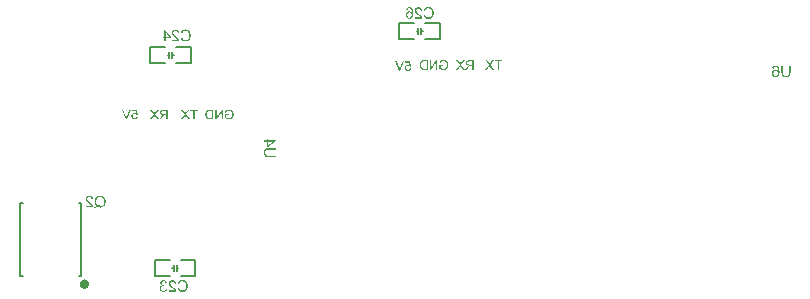
<source format=gbo>
G04*
G04 #@! TF.GenerationSoftware,Altium Limited,Altium Designer,24.0.1 (36)*
G04*
G04 Layer_Color=32896*
%FSLAX44Y44*%
%MOMM*%
G71*
G04*
G04 #@! TF.SameCoordinates,72622C8A-B07E-4F55-B3FE-632304D3AF33*
G04*
G04*
G04 #@! TF.FilePolarity,Positive*
G04*
G01*
G75*
%ADD13C,0.4000*%
%ADD14C,0.2032*%
%ADD18C,0.1524*%
G36*
X389978Y326826D02*
X389044Y326694D01*
X388956Y326817D01*
X388859Y326932D01*
X388753Y327029D01*
X388665Y327117D01*
X388577Y327178D01*
X388506Y327231D01*
X388462Y327258D01*
X388445Y327267D01*
X388295Y327346D01*
X388145Y327399D01*
X387995Y327443D01*
X387854Y327469D01*
X387740Y327487D01*
X387643Y327496D01*
X387563D01*
X387422Y327487D01*
X387290Y327478D01*
X387158Y327452D01*
X387043Y327416D01*
X386823Y327337D01*
X386735Y327293D01*
X386647Y327249D01*
X386567Y327196D01*
X386506Y327152D01*
X386444Y327108D01*
X386400Y327073D01*
X386365Y327037D01*
X386329Y327011D01*
X386321Y327002D01*
X386312Y326993D01*
X386224Y326896D01*
X386153Y326791D01*
X386083Y326685D01*
X386030Y326579D01*
X385942Y326350D01*
X385889Y326138D01*
X385871Y326033D01*
X385853Y325944D01*
X385845Y325856D01*
X385836Y325786D01*
X385827Y325724D01*
Y325680D01*
Y325654D01*
Y325645D01*
X385836Y325477D01*
X385845Y325327D01*
X385871Y325178D01*
X385906Y325037D01*
X385942Y324913D01*
X385986Y324790D01*
X386030Y324684D01*
X386074Y324587D01*
X386127Y324499D01*
X386171Y324420D01*
X386215Y324358D01*
X386250Y324296D01*
X386285Y324252D01*
X386312Y324226D01*
X386321Y324208D01*
X386329Y324199D01*
X386426Y324102D01*
X386523Y324023D01*
X386620Y323952D01*
X386726Y323891D01*
X386832Y323838D01*
X386929Y323794D01*
X387123Y323732D01*
X387290Y323688D01*
X387361Y323679D01*
X387422Y323671D01*
X387475Y323662D01*
X387546D01*
X387660Y323671D01*
X387766Y323679D01*
X387960Y323723D01*
X388136Y323785D01*
X388286Y323856D01*
X388409Y323917D01*
X388498Y323979D01*
X388533Y324005D01*
X388559Y324023D01*
X388568Y324041D01*
X388577D01*
X388647Y324120D01*
X388718Y324199D01*
X388833Y324376D01*
X388929Y324570D01*
X389000Y324755D01*
X389044Y324922D01*
X389071Y325001D01*
X389079Y325063D01*
X389088Y325116D01*
X389097Y325151D01*
X389106Y325178D01*
Y325186D01*
X390155Y325107D01*
X390128Y324922D01*
X390093Y324737D01*
X390049Y324570D01*
X389987Y324411D01*
X389925Y324270D01*
X389864Y324129D01*
X389793Y324005D01*
X389723Y323900D01*
X389652Y323794D01*
X389590Y323706D01*
X389529Y323635D01*
X389467Y323573D01*
X389423Y323521D01*
X389388Y323485D01*
X389370Y323468D01*
X389361Y323459D01*
X389220Y323353D01*
X389079Y323256D01*
X388929Y323177D01*
X388780Y323106D01*
X388630Y323045D01*
X388480Y322992D01*
X388330Y322948D01*
X388189Y322921D01*
X388057Y322895D01*
X387934Y322877D01*
X387828Y322860D01*
X387731Y322851D01*
X387651Y322842D01*
X387546D01*
X387299Y322851D01*
X387070Y322886D01*
X386849Y322930D01*
X386647Y323001D01*
X386453Y323071D01*
X386277Y323150D01*
X386118Y323247D01*
X385977Y323335D01*
X385845Y323424D01*
X385730Y323521D01*
X385633Y323600D01*
X385554Y323679D01*
X385492Y323741D01*
X385448Y323785D01*
X385422Y323820D01*
X385413Y323829D01*
X385298Y323979D01*
X385201Y324138D01*
X385113Y324305D01*
X385043Y324464D01*
X384981Y324622D01*
X384928Y324781D01*
X384884Y324940D01*
X384849Y325081D01*
X384822Y325222D01*
X384805Y325345D01*
X384787Y325451D01*
X384778Y325548D01*
X384769Y325627D01*
Y325680D01*
Y325724D01*
Y325733D01*
X384778Y325944D01*
X384805Y326147D01*
X384840Y326341D01*
X384884Y326517D01*
X384937Y326694D01*
X385007Y326843D01*
X385069Y326993D01*
X385140Y327126D01*
X385210Y327240D01*
X385272Y327337D01*
X385333Y327434D01*
X385395Y327505D01*
X385439Y327557D01*
X385474Y327601D01*
X385501Y327628D01*
X385510Y327637D01*
X385651Y327769D01*
X385801Y327883D01*
X385950Y327980D01*
X386100Y328069D01*
X386250Y328139D01*
X386400Y328201D01*
X386541Y328245D01*
X386682Y328289D01*
X386805Y328315D01*
X386929Y328342D01*
X387034Y328351D01*
X387123Y328368D01*
X387193D01*
X387255Y328377D01*
X387299D01*
X387449Y328368D01*
X387599Y328359D01*
X387740Y328333D01*
X387881Y328298D01*
X388136Y328218D01*
X388260Y328166D01*
X388365Y328121D01*
X388471Y328077D01*
X388559Y328024D01*
X388639Y327980D01*
X388709Y327945D01*
X388762Y327910D01*
X388797Y327892D01*
X388824Y327875D01*
X388833Y327866D01*
X388401Y330052D01*
X385148D01*
Y331004D01*
X389194D01*
X389978Y326826D01*
D02*
G37*
G36*
X381112Y322974D02*
X380001D01*
X376828Y331109D01*
X377921D01*
X380116Y325195D01*
X380204Y324949D01*
X380292Y324711D01*
X380371Y324481D01*
X380433Y324279D01*
X380459Y324190D01*
X380486Y324111D01*
X380504Y324041D01*
X380521Y323979D01*
X380539Y323935D01*
X380547Y323891D01*
X380556Y323873D01*
Y323864D01*
X380627Y324102D01*
X380697Y324340D01*
X380768Y324561D01*
X380830Y324763D01*
X380865Y324860D01*
X380891Y324940D01*
X380918Y325010D01*
X380935Y325072D01*
X380953Y325125D01*
X380971Y325160D01*
X380979Y325186D01*
Y325195D01*
X383095Y331109D01*
X384267D01*
X381112Y322974D01*
D02*
G37*
G36*
X432724Y328063D02*
X435871Y323850D01*
X434575D01*
X432512Y326670D01*
X432459Y326741D01*
X432407Y326829D01*
X432274Y327014D01*
X432213Y327102D01*
X432169Y327173D01*
X432133Y327226D01*
X432125Y327234D01*
Y327243D01*
X432001Y327058D01*
X431948Y326979D01*
X431895Y326908D01*
X431851Y326838D01*
X431816Y326794D01*
X431799Y326759D01*
X431790Y326750D01*
X429727Y323850D01*
X428414D01*
X431464Y328116D01*
X428634Y331985D01*
X429807D01*
X431428Y329817D01*
X431561Y329641D01*
X431693Y329473D01*
X431799Y329315D01*
X431895Y329174D01*
X431975Y329059D01*
X432028Y328980D01*
X432054Y328944D01*
X432072Y328918D01*
X432080Y328909D01*
Y328900D01*
X432160Y329041D01*
X432266Y329209D01*
X432371Y329367D01*
X432477Y329535D01*
X432574Y329676D01*
X432618Y329738D01*
X432653Y329790D01*
X432689Y329835D01*
X432715Y329870D01*
X432724Y329888D01*
X432733Y329896D01*
X434222Y331985D01*
X435500D01*
X432724Y328063D01*
D02*
G37*
G36*
X443230Y323850D02*
X442155D01*
Y327464D01*
X440771D01*
X440648Y327455D01*
X440542Y327446D01*
X440454D01*
X440392Y327437D01*
X440348Y327428D01*
X440321Y327420D01*
X440313D01*
X440216Y327393D01*
X440127Y327358D01*
X440048Y327323D01*
X439969Y327287D01*
X439907Y327252D01*
X439863Y327226D01*
X439828Y327208D01*
X439819Y327199D01*
X439731Y327137D01*
X439634Y327049D01*
X439537Y326961D01*
X439458Y326873D01*
X439378Y326794D01*
X439325Y326723D01*
X439290Y326679D01*
X439273Y326670D01*
Y326662D01*
X439149Y326503D01*
X439017Y326327D01*
X438894Y326142D01*
X438770Y325956D01*
X438665Y325798D01*
X438612Y325727D01*
X438576Y325666D01*
X438541Y325613D01*
X438515Y325578D01*
X438506Y325551D01*
X438497Y325542D01*
X437422Y323850D01*
X436073D01*
X437483Y326062D01*
X437642Y326291D01*
X437801Y326503D01*
X437951Y326688D01*
X438083Y326847D01*
X438197Y326970D01*
X438250Y327023D01*
X438294Y327067D01*
X438330Y327102D01*
X438356Y327129D01*
X438365Y327137D01*
X438374Y327146D01*
X438462Y327217D01*
X438568Y327296D01*
X438673Y327358D01*
X438779Y327420D01*
X438876Y327472D01*
X438955Y327517D01*
X439008Y327543D01*
X439017Y327552D01*
X439026D01*
X438814Y327587D01*
X438612Y327631D01*
X438427Y327684D01*
X438259Y327737D01*
X438100Y327799D01*
X437959Y327860D01*
X437836Y327922D01*
X437721Y327984D01*
X437616Y328045D01*
X437528Y328107D01*
X437457Y328160D01*
X437395Y328204D01*
X437351Y328248D01*
X437316Y328274D01*
X437298Y328292D01*
X437290Y328301D01*
X437192Y328415D01*
X437104Y328530D01*
X437025Y328653D01*
X436963Y328777D01*
X436911Y328900D01*
X436866Y329024D01*
X436796Y329253D01*
X436769Y329359D01*
X436752Y329456D01*
X436743Y329544D01*
X436734Y329623D01*
X436725Y329676D01*
Y329729D01*
Y329755D01*
Y329764D01*
X436743Y330011D01*
X436778Y330240D01*
X436831Y330443D01*
X436893Y330628D01*
X436928Y330707D01*
X436963Y330778D01*
X436990Y330839D01*
X437016Y330892D01*
X437034Y330936D01*
X437052Y330963D01*
X437069Y330980D01*
Y330989D01*
X437201Y331183D01*
X437351Y331342D01*
X437501Y331483D01*
X437651Y331589D01*
X437774Y331668D01*
X437880Y331721D01*
X437924Y331738D01*
X437951Y331756D01*
X437968Y331765D01*
X437977D01*
X438092Y331800D01*
X438206Y331835D01*
X438470Y331888D01*
X438744Y331932D01*
X439008Y331959D01*
X439140Y331968D01*
X439255Y331976D01*
X439352D01*
X439449Y331985D01*
X443230D01*
Y323850D01*
D02*
G37*
G36*
X457497Y328063D02*
X460644Y323850D01*
X459348D01*
X457286Y326670D01*
X457233Y326741D01*
X457180Y326829D01*
X457048Y327014D01*
X456986Y327102D01*
X456942Y327173D01*
X456907Y327226D01*
X456898Y327234D01*
Y327243D01*
X456775Y327058D01*
X456722Y326979D01*
X456669Y326908D01*
X456625Y326838D01*
X456590Y326794D01*
X456572Y326759D01*
X456563Y326750D01*
X454501Y323850D01*
X453187D01*
X456237Y328116D01*
X453408Y331985D01*
X454580D01*
X456202Y329817D01*
X456334Y329641D01*
X456466Y329473D01*
X456572Y329315D01*
X456669Y329174D01*
X456748Y329059D01*
X456801Y328980D01*
X456828Y328944D01*
X456845Y328918D01*
X456854Y328909D01*
Y328900D01*
X456933Y329041D01*
X457039Y329209D01*
X457145Y329367D01*
X457251Y329535D01*
X457347Y329676D01*
X457392Y329738D01*
X457427Y329790D01*
X457462Y329835D01*
X457489Y329870D01*
X457497Y329888D01*
X457506Y329896D01*
X458996Y331985D01*
X460274D01*
X457497Y328063D01*
D02*
G37*
G36*
X467360Y331024D02*
X464681D01*
Y323850D01*
X463605D01*
Y331024D01*
X460926D01*
Y331985D01*
X467360D01*
Y331024D01*
D02*
G37*
G36*
X412544Y323982D02*
X411513D01*
Y330363D01*
X407247Y323982D01*
X406137D01*
Y332117D01*
X407168D01*
Y325727D01*
X411442Y332117D01*
X412544D01*
Y323982D01*
D02*
G37*
G36*
X417797Y332250D02*
X418018Y332241D01*
X418229Y332214D01*
X418423Y332179D01*
X418617Y332144D01*
X418793Y332100D01*
X418961Y332056D01*
X419110Y332012D01*
X419243Y331959D01*
X419366Y331915D01*
X419472Y331871D01*
X419560Y331835D01*
X419631Y331800D01*
X419683Y331774D01*
X419719Y331765D01*
X419727Y331756D01*
X419895Y331659D01*
X420053Y331544D01*
X420203Y331430D01*
X420336Y331306D01*
X420468Y331174D01*
X420582Y331051D01*
X420688Y330928D01*
X420785Y330804D01*
X420864Y330681D01*
X420944Y330575D01*
X421005Y330478D01*
X421058Y330390D01*
X421093Y330319D01*
X421120Y330266D01*
X421138Y330231D01*
X421146Y330222D01*
X421235Y330028D01*
X421305Y329835D01*
X421376Y329641D01*
X421428Y329447D01*
X421517Y329077D01*
X421552Y328900D01*
X421578Y328733D01*
X421596Y328583D01*
X421614Y328442D01*
X421622Y328319D01*
X421631Y328213D01*
X421640Y328125D01*
Y328063D01*
Y328028D01*
Y328010D01*
X421631Y327790D01*
X421622Y327569D01*
X421596Y327367D01*
X421561Y327164D01*
X421525Y326979D01*
X421481Y326794D01*
X421437Y326626D01*
X421393Y326477D01*
X421349Y326335D01*
X421305Y326212D01*
X421261Y326106D01*
X421226Y326009D01*
X421190Y325939D01*
X421164Y325886D01*
X421155Y325851D01*
X421146Y325842D01*
X421049Y325666D01*
X420935Y325498D01*
X420820Y325348D01*
X420706Y325199D01*
X420582Y325066D01*
X420459Y324952D01*
X420336Y324837D01*
X420221Y324740D01*
X420106Y324652D01*
X420001Y324573D01*
X419904Y324511D01*
X419824Y324458D01*
X419763Y324414D01*
X419710Y324388D01*
X419674Y324370D01*
X419666Y324361D01*
X419481Y324273D01*
X419287Y324194D01*
X419102Y324123D01*
X418917Y324070D01*
X418723Y324017D01*
X418546Y323973D01*
X418370Y323938D01*
X418211Y323912D01*
X418062Y323894D01*
X417921Y323876D01*
X417797Y323868D01*
X417691Y323859D01*
X417603Y323850D01*
X417489D01*
X417163Y323868D01*
X416845Y323903D01*
X416554Y323947D01*
X416422Y323982D01*
X416290Y324009D01*
X416175Y324035D01*
X416078Y324070D01*
X415981Y324097D01*
X415911Y324114D01*
X415840Y324141D01*
X415797Y324150D01*
X415770Y324167D01*
X415761D01*
X415444Y324300D01*
X415144Y324449D01*
X414871Y324608D01*
X414739Y324687D01*
X414624Y324758D01*
X414518Y324828D01*
X414422Y324899D01*
X414333Y324952D01*
X414263Y325005D01*
X414201Y325049D01*
X414157Y325084D01*
X414131Y325102D01*
X414122Y325110D01*
Y328134D01*
X417568D01*
Y327173D01*
X415179D01*
Y325648D01*
X415321Y325533D01*
X415479Y325437D01*
X415647Y325340D01*
X415814Y325251D01*
X415964Y325181D01*
X416026Y325146D01*
X416078Y325119D01*
X416131Y325102D01*
X416167Y325084D01*
X416184Y325075D01*
X416193D01*
X416440Y324987D01*
X416687Y324925D01*
X416916Y324872D01*
X417118Y324846D01*
X417215Y324837D01*
X417295Y324828D01*
X417365Y324819D01*
X417427D01*
X417480Y324811D01*
X417550D01*
X417850Y324828D01*
X418132Y324864D01*
X418388Y324925D01*
X418511Y324952D01*
X418617Y324987D01*
X418714Y325022D01*
X418802Y325049D01*
X418881Y325084D01*
X418952Y325110D01*
X419005Y325128D01*
X419040Y325146D01*
X419066Y325163D01*
X419075D01*
X419207Y325234D01*
X419331Y325313D01*
X419542Y325481D01*
X419727Y325666D01*
X419886Y325842D01*
X420001Y326001D01*
X420053Y326071D01*
X420089Y326124D01*
X420124Y326177D01*
X420142Y326212D01*
X420150Y326239D01*
X420159Y326247D01*
X420283Y326538D01*
X420371Y326847D01*
X420441Y327146D01*
X420485Y327437D01*
X420494Y327569D01*
X420512Y327693D01*
X420521Y327799D01*
Y327896D01*
X420530Y327966D01*
Y328028D01*
Y328063D01*
Y328072D01*
X420512Y328398D01*
X420477Y328706D01*
X420433Y328980D01*
X420406Y329112D01*
X420371Y329226D01*
X420344Y329332D01*
X420318Y329429D01*
X420291Y329509D01*
X420265Y329579D01*
X420247Y329641D01*
X420230Y329676D01*
X420221Y329702D01*
Y329711D01*
X420150Y329870D01*
X420071Y330020D01*
X419983Y330161D01*
X419904Y330275D01*
X419833Y330372D01*
X419771Y330452D01*
X419736Y330496D01*
X419719Y330513D01*
X419586Y330645D01*
X419436Y330760D01*
X419296Y330866D01*
X419155Y330954D01*
X419031Y331024D01*
X418934Y331068D01*
X418899Y331086D01*
X418872Y331104D01*
X418855Y331113D01*
X418846D01*
X418634Y331192D01*
X418423Y331245D01*
X418203Y331289D01*
X418009Y331315D01*
X417912Y331324D01*
X417832Y331333D01*
X417753D01*
X417691Y331342D01*
X417568D01*
X417348Y331333D01*
X417136Y331306D01*
X416951Y331271D01*
X416784Y331236D01*
X416651Y331192D01*
X416590Y331174D01*
X416546Y331157D01*
X416510Y331139D01*
X416484Y331130D01*
X416466Y331121D01*
X416457D01*
X416281Y331033D01*
X416123Y330945D01*
X415990Y330848D01*
X415876Y330760D01*
X415797Y330672D01*
X415735Y330610D01*
X415691Y330566D01*
X415682Y330549D01*
X415585Y330407D01*
X415497Y330249D01*
X415418Y330090D01*
X415347Y329931D01*
X415294Y329790D01*
X415276Y329729D01*
X415259Y329685D01*
X415241Y329641D01*
X415232Y329605D01*
X415224Y329588D01*
Y329579D01*
X414245Y329843D01*
X414333Y330134D01*
X414430Y330399D01*
X414483Y330513D01*
X414536Y330628D01*
X414580Y330725D01*
X414633Y330813D01*
X414677Y330901D01*
X414721Y330972D01*
X414765Y331033D01*
X414792Y331086D01*
X414827Y331121D01*
X414845Y331148D01*
X414853Y331166D01*
X414862Y331174D01*
X415030Y331359D01*
X415206Y331518D01*
X415391Y331650D01*
X415576Y331765D01*
X415735Y331853D01*
X415805Y331888D01*
X415867Y331915D01*
X415911Y331941D01*
X415946Y331959D01*
X415973Y331968D01*
X415981D01*
X416255Y332065D01*
X416528Y332135D01*
X416801Y332188D01*
X417048Y332223D01*
X417163Y332232D01*
X417259Y332241D01*
X417348Y332250D01*
X417427Y332258D01*
X417577D01*
X417797Y332250D01*
D02*
G37*
G36*
X404330Y323982D02*
X401395D01*
X401130Y323991D01*
X400883Y324000D01*
X400663Y324026D01*
X400469Y324053D01*
X400390Y324062D01*
X400319Y324070D01*
X400249Y324088D01*
X400196Y324097D01*
X400152Y324106D01*
X400126D01*
X400108Y324114D01*
X400099D01*
X399896Y324176D01*
X399702Y324238D01*
X399535Y324308D01*
X399394Y324370D01*
X399279Y324432D01*
X399191Y324476D01*
X399138Y324511D01*
X399130Y324520D01*
X399121D01*
X398971Y324634D01*
X398830Y324749D01*
X398707Y324872D01*
X398601Y324996D01*
X398504Y325102D01*
X398442Y325181D01*
X398416Y325216D01*
X398398Y325243D01*
X398380Y325251D01*
Y325260D01*
X398257Y325445D01*
X398151Y325639D01*
X398054Y325842D01*
X397975Y326027D01*
X397913Y326194D01*
X397887Y326265D01*
X397860Y326327D01*
X397852Y326371D01*
X397834Y326406D01*
X397825Y326432D01*
Y326441D01*
X397755Y326723D01*
X397702Y327005D01*
X397658Y327279D01*
X397631Y327534D01*
X397622Y327649D01*
X397614Y327755D01*
Y327851D01*
X397605Y327931D01*
Y328001D01*
Y328045D01*
Y328081D01*
Y328089D01*
X397622Y328486D01*
X397631Y328671D01*
X397658Y328847D01*
X397684Y329015D01*
X397710Y329174D01*
X397737Y329323D01*
X397763Y329464D01*
X397799Y329588D01*
X397825Y329693D01*
X397852Y329790D01*
X397878Y329870D01*
X397904Y329931D01*
X397913Y329984D01*
X397931Y330011D01*
Y330020D01*
X398063Y330319D01*
X398213Y330593D01*
X398292Y330716D01*
X398372Y330830D01*
X398451Y330936D01*
X398530Y331033D01*
X398601Y331121D01*
X398671Y331192D01*
X398733Y331262D01*
X398786Y331315D01*
X398830Y331359D01*
X398865Y331386D01*
X398883Y331403D01*
X398892Y331412D01*
X399086Y331562D01*
X399288Y331685D01*
X399482Y331782D01*
X399667Y331862D01*
X399835Y331923D01*
X399905Y331941D01*
X399967Y331959D01*
X400011Y331976D01*
X400046Y331985D01*
X400073Y331994D01*
X400081D01*
X400178Y332012D01*
X400284Y332038D01*
X400522Y332065D01*
X400760Y332091D01*
X400998Y332100D01*
X401104Y332108D01*
X401210D01*
X401298Y332117D01*
X404330D01*
Y323982D01*
D02*
G37*
G36*
X230934Y282072D02*
X229903D01*
Y288453D01*
X225637Y282072D01*
X224527D01*
Y290207D01*
X225558D01*
Y283817D01*
X229832Y290207D01*
X230934D01*
Y282072D01*
D02*
G37*
G36*
X236187Y290340D02*
X236408Y290331D01*
X236619Y290304D01*
X236813Y290269D01*
X237007Y290234D01*
X237183Y290190D01*
X237351Y290146D01*
X237500Y290102D01*
X237633Y290049D01*
X237756Y290005D01*
X237862Y289961D01*
X237950Y289925D01*
X238020Y289890D01*
X238073Y289864D01*
X238109Y289855D01*
X238117Y289846D01*
X238285Y289749D01*
X238444Y289634D01*
X238593Y289520D01*
X238726Y289396D01*
X238858Y289264D01*
X238972Y289141D01*
X239078Y289018D01*
X239175Y288894D01*
X239254Y288771D01*
X239334Y288665D01*
X239395Y288568D01*
X239448Y288480D01*
X239484Y288409D01*
X239510Y288356D01*
X239528Y288321D01*
X239536Y288312D01*
X239625Y288118D01*
X239695Y287925D01*
X239766Y287731D01*
X239818Y287537D01*
X239907Y287167D01*
X239942Y286990D01*
X239968Y286823D01*
X239986Y286673D01*
X240004Y286532D01*
X240012Y286409D01*
X240021Y286303D01*
X240030Y286215D01*
Y286153D01*
Y286118D01*
Y286100D01*
X240021Y285880D01*
X240012Y285659D01*
X239986Y285457D01*
X239951Y285254D01*
X239915Y285069D01*
X239871Y284884D01*
X239827Y284716D01*
X239783Y284566D01*
X239739Y284426D01*
X239695Y284302D01*
X239651Y284196D01*
X239616Y284099D01*
X239580Y284029D01*
X239554Y283976D01*
X239545Y283941D01*
X239536Y283932D01*
X239440Y283756D01*
X239325Y283588D01*
X239210Y283438D01*
X239096Y283288D01*
X238972Y283156D01*
X238849Y283042D01*
X238726Y282927D01*
X238611Y282830D01*
X238496Y282742D01*
X238391Y282663D01*
X238294Y282601D01*
X238214Y282548D01*
X238153Y282504D01*
X238100Y282478D01*
X238064Y282460D01*
X238056Y282451D01*
X237871Y282363D01*
X237677Y282284D01*
X237492Y282213D01*
X237306Y282160D01*
X237113Y282108D01*
X236936Y282063D01*
X236760Y282028D01*
X236601Y282002D01*
X236452Y281984D01*
X236311Y281966D01*
X236187Y281958D01*
X236081Y281949D01*
X235993Y281940D01*
X235879D01*
X235553Y281958D01*
X235235Y281993D01*
X234944Y282037D01*
X234812Y282072D01*
X234680Y282099D01*
X234565Y282125D01*
X234468Y282160D01*
X234371Y282187D01*
X234301Y282204D01*
X234230Y282231D01*
X234186Y282240D01*
X234160Y282257D01*
X234151D01*
X233834Y282390D01*
X233534Y282539D01*
X233261Y282698D01*
X233129Y282777D01*
X233014Y282848D01*
X232908Y282918D01*
X232812Y282989D01*
X232723Y283042D01*
X232653Y283095D01*
X232591Y283139D01*
X232547Y283174D01*
X232521Y283192D01*
X232512Y283200D01*
Y286224D01*
X235958D01*
Y285263D01*
X233570D01*
Y283738D01*
X233710Y283623D01*
X233869Y283526D01*
X234037Y283430D01*
X234204Y283341D01*
X234354Y283271D01*
X234416Y283236D01*
X234468Y283209D01*
X234521Y283192D01*
X234557Y283174D01*
X234574Y283165D01*
X234583D01*
X234830Y283077D01*
X235077Y283015D01*
X235306Y282962D01*
X235508Y282936D01*
X235606Y282927D01*
X235685Y282918D01*
X235755Y282910D01*
X235817D01*
X235870Y282901D01*
X235940D01*
X236240Y282918D01*
X236522Y282954D01*
X236778Y283015D01*
X236901Y283042D01*
X237007Y283077D01*
X237104Y283112D01*
X237192Y283139D01*
X237271Y283174D01*
X237342Y283200D01*
X237395Y283218D01*
X237430Y283236D01*
X237456Y283253D01*
X237465D01*
X237597Y283324D01*
X237721Y283403D01*
X237932Y283571D01*
X238117Y283756D01*
X238276Y283932D01*
X238391Y284091D01*
X238444Y284161D01*
X238479Y284214D01*
X238514Y284267D01*
X238532Y284302D01*
X238540Y284328D01*
X238549Y284337D01*
X238673Y284628D01*
X238761Y284937D01*
X238831Y285236D01*
X238875Y285527D01*
X238884Y285659D01*
X238902Y285783D01*
X238911Y285889D01*
Y285986D01*
X238920Y286056D01*
Y286118D01*
Y286153D01*
Y286162D01*
X238902Y286488D01*
X238867Y286796D01*
X238822Y287070D01*
X238796Y287202D01*
X238761Y287316D01*
X238734Y287422D01*
X238708Y287519D01*
X238682Y287598D01*
X238655Y287669D01*
X238637Y287731D01*
X238620Y287766D01*
X238611Y287792D01*
Y287801D01*
X238540Y287960D01*
X238461Y288110D01*
X238373Y288251D01*
X238294Y288365D01*
X238223Y288462D01*
X238162Y288542D01*
X238126Y288586D01*
X238109Y288603D01*
X237976Y288735D01*
X237826Y288850D01*
X237686Y288956D01*
X237544Y289044D01*
X237421Y289114D01*
X237324Y289158D01*
X237289Y289176D01*
X237262Y289194D01*
X237245Y289203D01*
X237236D01*
X237024Y289282D01*
X236813Y289335D01*
X236593Y289379D01*
X236399Y289405D01*
X236302Y289414D01*
X236222Y289423D01*
X236143D01*
X236081Y289432D01*
X235958D01*
X235738Y289423D01*
X235526Y289396D01*
X235341Y289361D01*
X235174Y289326D01*
X235041Y289282D01*
X234980Y289264D01*
X234936Y289247D01*
X234900Y289229D01*
X234874Y289220D01*
X234856Y289211D01*
X234848D01*
X234671Y289123D01*
X234513Y289035D01*
X234380Y288938D01*
X234266Y288850D01*
X234186Y288762D01*
X234125Y288700D01*
X234081Y288656D01*
X234072Y288638D01*
X233975Y288498D01*
X233887Y288339D01*
X233808Y288180D01*
X233737Y288022D01*
X233684Y287880D01*
X233666Y287819D01*
X233649Y287775D01*
X233631Y287731D01*
X233622Y287695D01*
X233614Y287678D01*
Y287669D01*
X232635Y287933D01*
X232723Y288224D01*
X232820Y288489D01*
X232873Y288603D01*
X232926Y288718D01*
X232970Y288815D01*
X233023Y288903D01*
X233067Y288991D01*
X233111Y289062D01*
X233155Y289123D01*
X233182Y289176D01*
X233217Y289211D01*
X233235Y289238D01*
X233243Y289256D01*
X233252Y289264D01*
X233420Y289449D01*
X233596Y289608D01*
X233781Y289740D01*
X233966Y289855D01*
X234125Y289943D01*
X234195Y289978D01*
X234257Y290005D01*
X234301Y290031D01*
X234336Y290049D01*
X234363Y290058D01*
X234371D01*
X234645Y290154D01*
X234918Y290225D01*
X235191Y290278D01*
X235438Y290313D01*
X235553Y290322D01*
X235650Y290331D01*
X235738Y290340D01*
X235817Y290348D01*
X235967D01*
X236187Y290340D01*
D02*
G37*
G36*
X222720Y282072D02*
X219785D01*
X219520Y282081D01*
X219273Y282090D01*
X219053Y282116D01*
X218859Y282143D01*
X218780Y282152D01*
X218709Y282160D01*
X218639Y282178D01*
X218586Y282187D01*
X218542Y282196D01*
X218515D01*
X218498Y282204D01*
X218489D01*
X218286Y282266D01*
X218092Y282328D01*
X217925Y282398D01*
X217784Y282460D01*
X217669Y282522D01*
X217581Y282566D01*
X217528Y282601D01*
X217520Y282610D01*
X217511D01*
X217361Y282724D01*
X217220Y282839D01*
X217097Y282962D01*
X216991Y283086D01*
X216894Y283192D01*
X216832Y283271D01*
X216806Y283306D01*
X216788Y283333D01*
X216770Y283341D01*
Y283350D01*
X216647Y283535D01*
X216541Y283729D01*
X216444Y283932D01*
X216365Y284117D01*
X216303Y284284D01*
X216277Y284355D01*
X216250Y284417D01*
X216242Y284461D01*
X216224Y284496D01*
X216215Y284522D01*
Y284531D01*
X216145Y284813D01*
X216092Y285095D01*
X216048Y285369D01*
X216021Y285624D01*
X216012Y285739D01*
X216004Y285844D01*
Y285942D01*
X215995Y286021D01*
Y286091D01*
Y286135D01*
Y286171D01*
Y286179D01*
X216012Y286576D01*
X216021Y286761D01*
X216048Y286937D01*
X216074Y287105D01*
X216101Y287264D01*
X216127Y287413D01*
X216153Y287554D01*
X216189Y287678D01*
X216215Y287784D01*
X216242Y287880D01*
X216268Y287960D01*
X216294Y288022D01*
X216303Y288074D01*
X216321Y288101D01*
Y288110D01*
X216453Y288409D01*
X216603Y288683D01*
X216682Y288806D01*
X216762Y288920D01*
X216841Y289026D01*
X216920Y289123D01*
X216991Y289211D01*
X217061Y289282D01*
X217123Y289352D01*
X217176Y289405D01*
X217220Y289449D01*
X217255Y289476D01*
X217273Y289493D01*
X217282Y289502D01*
X217475Y289652D01*
X217678Y289776D01*
X217872Y289872D01*
X218057Y289952D01*
X218225Y290013D01*
X218295Y290031D01*
X218357Y290049D01*
X218401Y290066D01*
X218436Y290075D01*
X218463Y290084D01*
X218471D01*
X218568Y290102D01*
X218674Y290128D01*
X218912Y290154D01*
X219150Y290181D01*
X219388Y290190D01*
X219494Y290198D01*
X219600D01*
X219688Y290207D01*
X222720D01*
Y282072D01*
D02*
G37*
G36*
X199687Y286153D02*
X202834Y281940D01*
X201538D01*
X199476Y284760D01*
X199423Y284831D01*
X199370Y284919D01*
X199238Y285104D01*
X199176Y285192D01*
X199132Y285263D01*
X199097Y285316D01*
X199088Y285324D01*
Y285333D01*
X198965Y285148D01*
X198912Y285069D01*
X198859Y284998D01*
X198815Y284928D01*
X198780Y284884D01*
X198762Y284849D01*
X198753Y284840D01*
X196691Y281940D01*
X195377D01*
X198427Y286206D01*
X195598Y290075D01*
X196770D01*
X198392Y287907D01*
X198524Y287731D01*
X198656Y287563D01*
X198762Y287405D01*
X198859Y287264D01*
X198938Y287149D01*
X198991Y287070D01*
X199018Y287034D01*
X199035Y287008D01*
X199044Y286999D01*
Y286990D01*
X199123Y287131D01*
X199229Y287299D01*
X199335Y287457D01*
X199441Y287625D01*
X199538Y287766D01*
X199582Y287828D01*
X199617Y287880D01*
X199652Y287925D01*
X199678Y287960D01*
X199687Y287978D01*
X199696Y287986D01*
X201186Y290075D01*
X202464D01*
X199687Y286153D01*
D02*
G37*
G36*
X209550Y289114D02*
X206871D01*
Y281940D01*
X205795D01*
Y289114D01*
X203116D01*
Y290075D01*
X209550D01*
Y289114D01*
D02*
G37*
G36*
X173644Y286153D02*
X176791Y281940D01*
X175495D01*
X173432Y284760D01*
X173379Y284831D01*
X173327Y284919D01*
X173194Y285104D01*
X173133Y285192D01*
X173089Y285263D01*
X173053Y285316D01*
X173045Y285324D01*
Y285333D01*
X172921Y285148D01*
X172868Y285069D01*
X172815Y284998D01*
X172771Y284928D01*
X172736Y284884D01*
X172719Y284849D01*
X172710Y284840D01*
X170647Y281940D01*
X169334D01*
X172384Y286206D01*
X169554Y290075D01*
X170727D01*
X172348Y287907D01*
X172481Y287731D01*
X172613Y287563D01*
X172719Y287405D01*
X172815Y287264D01*
X172895Y287149D01*
X172948Y287070D01*
X172974Y287034D01*
X172992Y287008D01*
X173001Y286999D01*
Y286990D01*
X173080Y287131D01*
X173186Y287299D01*
X173291Y287457D01*
X173397Y287625D01*
X173494Y287766D01*
X173538Y287828D01*
X173573Y287880D01*
X173609Y287925D01*
X173635Y287960D01*
X173644Y287978D01*
X173653Y287986D01*
X175142Y290075D01*
X176420D01*
X173644Y286153D01*
D02*
G37*
G36*
X184150Y281940D02*
X183075D01*
Y285554D01*
X181691D01*
X181568Y285545D01*
X181462Y285536D01*
X181374D01*
X181312Y285527D01*
X181268Y285518D01*
X181241Y285510D01*
X181233D01*
X181136Y285483D01*
X181047Y285448D01*
X180968Y285413D01*
X180889Y285377D01*
X180827Y285342D01*
X180783Y285316D01*
X180748Y285298D01*
X180739Y285289D01*
X180651Y285228D01*
X180554Y285139D01*
X180457Y285051D01*
X180378Y284963D01*
X180298Y284884D01*
X180245Y284813D01*
X180210Y284769D01*
X180193Y284760D01*
Y284752D01*
X180069Y284593D01*
X179937Y284417D01*
X179814Y284232D01*
X179690Y284046D01*
X179585Y283888D01*
X179532Y283817D01*
X179496Y283756D01*
X179461Y283703D01*
X179435Y283668D01*
X179426Y283641D01*
X179417Y283632D01*
X178342Y281940D01*
X176993D01*
X178403Y284152D01*
X178562Y284381D01*
X178721Y284593D01*
X178871Y284778D01*
X179003Y284937D01*
X179117Y285060D01*
X179170Y285113D01*
X179214Y285157D01*
X179249Y285192D01*
X179276Y285219D01*
X179285Y285228D01*
X179294Y285236D01*
X179382Y285307D01*
X179487Y285386D01*
X179593Y285448D01*
X179699Y285510D01*
X179796Y285562D01*
X179875Y285606D01*
X179928Y285633D01*
X179937Y285642D01*
X179946D01*
X179734Y285677D01*
X179532Y285721D01*
X179347Y285774D01*
X179179Y285827D01*
X179020Y285889D01*
X178879Y285950D01*
X178756Y286012D01*
X178641Y286074D01*
X178536Y286135D01*
X178447Y286197D01*
X178377Y286250D01*
X178315Y286294D01*
X178271Y286338D01*
X178236Y286364D01*
X178218Y286382D01*
X178209Y286391D01*
X178113Y286506D01*
X178024Y286620D01*
X177945Y286744D01*
X177883Y286867D01*
X177831Y286990D01*
X177786Y287114D01*
X177716Y287343D01*
X177689Y287449D01*
X177672Y287546D01*
X177663Y287634D01*
X177654Y287713D01*
X177645Y287766D01*
Y287819D01*
Y287845D01*
Y287854D01*
X177663Y288101D01*
X177698Y288330D01*
X177751Y288533D01*
X177813Y288718D01*
X177848Y288797D01*
X177883Y288868D01*
X177910Y288929D01*
X177936Y288982D01*
X177954Y289026D01*
X177971Y289053D01*
X177989Y289070D01*
Y289079D01*
X178121Y289273D01*
X178271Y289432D01*
X178421Y289573D01*
X178571Y289678D01*
X178694Y289758D01*
X178800Y289811D01*
X178844Y289828D01*
X178871Y289846D01*
X178888Y289855D01*
X178897D01*
X179012Y289890D01*
X179126Y289925D01*
X179391Y289978D01*
X179664Y290022D01*
X179928Y290049D01*
X180060Y290058D01*
X180175Y290066D01*
X180272D01*
X180369Y290075D01*
X184150D01*
Y281940D01*
D02*
G37*
G36*
X158574Y285924D02*
X157640Y285792D01*
X157551Y285915D01*
X157454Y286030D01*
X157349Y286127D01*
X157261Y286215D01*
X157172Y286276D01*
X157102Y286329D01*
X157058Y286356D01*
X157040Y286364D01*
X156890Y286444D01*
X156741Y286497D01*
X156591Y286541D01*
X156450Y286567D01*
X156335Y286585D01*
X156238Y286594D01*
X156159D01*
X156018Y286585D01*
X155885Y286576D01*
X155753Y286550D01*
X155639Y286514D01*
X155418Y286435D01*
X155330Y286391D01*
X155242Y286347D01*
X155163Y286294D01*
X155101Y286250D01*
X155039Y286206D01*
X154995Y286171D01*
X154960Y286135D01*
X154925Y286109D01*
X154916Y286100D01*
X154907Y286091D01*
X154819Y285994D01*
X154748Y285889D01*
X154678Y285783D01*
X154625Y285677D01*
X154537Y285448D01*
X154484Y285236D01*
X154466Y285131D01*
X154449Y285042D01*
X154440Y284954D01*
X154431Y284884D01*
X154422Y284822D01*
Y284778D01*
Y284752D01*
Y284743D01*
X154431Y284575D01*
X154440Y284426D01*
X154466Y284276D01*
X154502Y284135D01*
X154537Y284011D01*
X154581Y283888D01*
X154625Y283782D01*
X154669Y283685D01*
X154722Y283597D01*
X154766Y283518D01*
X154810Y283456D01*
X154846Y283394D01*
X154881Y283350D01*
X154907Y283324D01*
X154916Y283306D01*
X154925Y283297D01*
X155022Y283200D01*
X155119Y283121D01*
X155216Y283050D01*
X155321Y282989D01*
X155427Y282936D01*
X155524Y282892D01*
X155718Y282830D01*
X155885Y282786D01*
X155956Y282777D01*
X156018Y282768D01*
X156071Y282760D01*
X156141D01*
X156256Y282768D01*
X156362Y282777D01*
X156555Y282821D01*
X156732Y282883D01*
X156882Y282954D01*
X157005Y283015D01*
X157093Y283077D01*
X157128Y283103D01*
X157155Y283121D01*
X157163Y283139D01*
X157172D01*
X157243Y283218D01*
X157313Y283297D01*
X157428Y283474D01*
X157525Y283668D01*
X157595Y283853D01*
X157640Y284020D01*
X157666Y284099D01*
X157675Y284161D01*
X157683Y284214D01*
X157692Y284249D01*
X157701Y284276D01*
Y284284D01*
X158750Y284205D01*
X158724Y284020D01*
X158688Y283835D01*
X158644Y283668D01*
X158582Y283509D01*
X158521Y283368D01*
X158459Y283227D01*
X158389Y283103D01*
X158318Y282998D01*
X158248Y282892D01*
X158186Y282804D01*
X158124Y282733D01*
X158062Y282672D01*
X158019Y282619D01*
X157983Y282583D01*
X157966Y282566D01*
X157957Y282557D01*
X157816Y282451D01*
X157675Y282354D01*
X157525Y282275D01*
X157375Y282204D01*
X157225Y282143D01*
X157075Y282090D01*
X156925Y282046D01*
X156784Y282019D01*
X156652Y281993D01*
X156529Y281975D01*
X156423Y281958D01*
X156326Y281949D01*
X156247Y281940D01*
X156141D01*
X155894Y281949D01*
X155665Y281984D01*
X155445Y282028D01*
X155242Y282099D01*
X155048Y282169D01*
X154872Y282248D01*
X154713Y282345D01*
X154572Y282434D01*
X154440Y282522D01*
X154326Y282619D01*
X154228Y282698D01*
X154149Y282777D01*
X154087Y282839D01*
X154043Y282883D01*
X154017Y282918D01*
X154008Y282927D01*
X153894Y283077D01*
X153797Y283236D01*
X153708Y283403D01*
X153638Y283562D01*
X153576Y283720D01*
X153523Y283879D01*
X153479Y284038D01*
X153444Y284179D01*
X153418Y284320D01*
X153400Y284443D01*
X153382Y284549D01*
X153374Y284646D01*
X153365Y284725D01*
Y284778D01*
Y284822D01*
Y284831D01*
X153374Y285042D01*
X153400Y285245D01*
X153435Y285439D01*
X153479Y285615D01*
X153532Y285792D01*
X153603Y285942D01*
X153664Y286091D01*
X153735Y286224D01*
X153806Y286338D01*
X153867Y286435D01*
X153929Y286532D01*
X153990Y286602D01*
X154035Y286655D01*
X154070Y286700D01*
X154096Y286726D01*
X154105Y286735D01*
X154246Y286867D01*
X154396Y286982D01*
X154546Y287078D01*
X154696Y287167D01*
X154846Y287237D01*
X154995Y287299D01*
X155136Y287343D01*
X155277Y287387D01*
X155401Y287413D01*
X155524Y287440D01*
X155630Y287449D01*
X155718Y287466D01*
X155789D01*
X155850Y287475D01*
X155894D01*
X156044Y287466D01*
X156194Y287457D01*
X156335Y287431D01*
X156476Y287396D01*
X156732Y287316D01*
X156855Y287264D01*
X156961Y287220D01*
X157067Y287175D01*
X157155Y287122D01*
X157234Y287078D01*
X157304Y287043D01*
X157357Y287008D01*
X157393Y286990D01*
X157419Y286973D01*
X157428Y286964D01*
X156996Y289150D01*
X153744D01*
Y290102D01*
X157789D01*
X158574Y285924D01*
D02*
G37*
G36*
X149707Y282072D02*
X148596D01*
X145423Y290207D01*
X146516D01*
X148711Y284293D01*
X148799Y284046D01*
X148887Y283808D01*
X148967Y283579D01*
X149028Y283377D01*
X149055Y283288D01*
X149081Y283209D01*
X149099Y283139D01*
X149116Y283077D01*
X149134Y283033D01*
X149143Y282989D01*
X149152Y282971D01*
Y282962D01*
X149222Y283200D01*
X149293Y283438D01*
X149363Y283659D01*
X149425Y283861D01*
X149460Y283958D01*
X149487Y284038D01*
X149513Y284108D01*
X149531Y284170D01*
X149548Y284223D01*
X149566Y284258D01*
X149575Y284284D01*
Y284293D01*
X151690Y290207D01*
X152862D01*
X149707Y282072D01*
D02*
G37*
G36*
X698941Y327541D02*
X699205Y327499D01*
X699459Y327446D01*
X699692Y327372D01*
X699913Y327287D01*
X700114Y327192D01*
X700304Y327097D01*
X700473Y326992D01*
X700621Y326886D01*
X700748Y326791D01*
X700864Y326696D01*
X700949Y326611D01*
X701023Y326537D01*
X701076Y326484D01*
X701107Y326442D01*
X701118Y326432D01*
X701298Y326178D01*
X701467Y325893D01*
X701604Y325576D01*
X701720Y325248D01*
X701826Y324910D01*
X701910Y324572D01*
X701974Y324234D01*
X702037Y323895D01*
X702080Y323578D01*
X702111Y323283D01*
X702132Y323018D01*
X702143Y322786D01*
X702153Y322680D01*
Y322596D01*
X702164Y322511D01*
Y322448D01*
Y322395D01*
Y322353D01*
Y322332D01*
Y322321D01*
X702153Y321867D01*
X702122Y321444D01*
X702080Y321053D01*
X702016Y320694D01*
X701942Y320366D01*
X701868Y320070D01*
X701784Y319806D01*
X701689Y319574D01*
X701604Y319363D01*
X701520Y319183D01*
X701446Y319035D01*
X701372Y318919D01*
X701308Y318824D01*
X701266Y318760D01*
X701234Y318718D01*
X701224Y318707D01*
X701044Y318517D01*
X700843Y318348D01*
X700653Y318200D01*
X700442Y318073D01*
X700241Y317968D01*
X700040Y317873D01*
X699839Y317809D01*
X699649Y317746D01*
X699470Y317704D01*
X699311Y317672D01*
X699163Y317640D01*
X699036Y317630D01*
X698931Y317619D01*
X698846Y317609D01*
X698783D01*
X698466Y317630D01*
X698170Y317672D01*
X697895Y317735D01*
X697663Y317820D01*
X697568Y317852D01*
X697473Y317894D01*
X697399Y317925D01*
X697335Y317957D01*
X697282Y317978D01*
X697240Y317999D01*
X697219Y318021D01*
X697208D01*
X696965Y318190D01*
X696743Y318390D01*
X696553Y318591D01*
X696405Y318781D01*
X696279Y318961D01*
X696236Y319035D01*
X696194Y319098D01*
X696162Y319151D01*
X696141Y319193D01*
X696120Y319215D01*
Y319225D01*
X695983Y319532D01*
X695888Y319827D01*
X695814Y320113D01*
X695771Y320377D01*
X695750Y320493D01*
X695740Y320609D01*
X695729Y320704D01*
Y320778D01*
X695719Y320852D01*
Y320895D01*
Y320926D01*
Y320937D01*
X695729Y321190D01*
X695750Y321433D01*
X695793Y321666D01*
X695845Y321877D01*
X695919Y322078D01*
X695983Y322268D01*
X696067Y322437D01*
X696141Y322596D01*
X696215Y322733D01*
X696300Y322860D01*
X696363Y322966D01*
X696426Y323050D01*
X696490Y323124D01*
X696532Y323166D01*
X696553Y323198D01*
X696564Y323209D01*
X696722Y323367D01*
X696891Y323505D01*
X697060Y323621D01*
X697240Y323727D01*
X697409Y323811D01*
X697578Y323885D01*
X697747Y323938D01*
X697895Y323991D01*
X698043Y324022D01*
X698181Y324054D01*
X698297Y324065D01*
X698402Y324086D01*
X698487D01*
X698550Y324096D01*
X698603D01*
X698857Y324086D01*
X699100Y324043D01*
X699322Y323991D01*
X699522Y323938D01*
X699692Y323874D01*
X699755Y323843D01*
X699818Y323822D01*
X699861Y323800D01*
X699892Y323779D01*
X699913Y323769D01*
X699924D01*
X700146Y323631D01*
X700347Y323483D01*
X700526Y323325D01*
X700685Y323166D01*
X700801Y323018D01*
X700896Y322902D01*
X700928Y322860D01*
X700949Y322828D01*
X700970Y322808D01*
X700970Y322797D01*
Y322807D01*
X700970Y322808D01*
X700959Y323061D01*
X700949Y323314D01*
X700938Y323547D01*
X700917Y323758D01*
X700886Y323959D01*
X700854Y324149D01*
X700833Y324318D01*
X700801Y324466D01*
X700769Y324593D01*
X700738Y324709D01*
X700706Y324815D01*
X700685Y324889D01*
X700664Y324952D01*
X700642Y325005D01*
X700632Y325026D01*
Y325037D01*
X700495Y325311D01*
X700357Y325554D01*
X700209Y325766D01*
X700061Y325935D01*
X699935Y326072D01*
X699839Y326167D01*
X699797Y326199D01*
X699765Y326220D01*
X699755Y326241D01*
X699744D01*
X699575Y326347D01*
X699406Y326432D01*
X699237Y326484D01*
X699079Y326527D01*
X698941Y326548D01*
X698825Y326569D01*
X698730D01*
X698603Y326558D01*
X698476Y326548D01*
X698244Y326484D01*
X698033Y326410D01*
X697864Y326315D01*
X697716Y326220D01*
X697610Y326136D01*
X697578Y326104D01*
X697547Y326072D01*
X697536Y326062D01*
X697525Y326051D01*
X697420Y325914D01*
X697335Y325755D01*
X697251Y325586D01*
X697187Y325417D01*
X697134Y325269D01*
X697103Y325142D01*
X697092Y325089D01*
X697082Y325058D01*
X697071Y325037D01*
Y325026D01*
X695877Y325121D01*
X695909Y325332D01*
X695962Y325523D01*
X696014Y325702D01*
X696078Y325871D01*
X696152Y326030D01*
X696226Y326178D01*
X696300Y326315D01*
X696374Y326432D01*
X696448Y326537D01*
X696522Y326632D01*
X696585Y326717D01*
X696648Y326780D01*
X696691Y326833D01*
X696733Y326865D01*
X696754Y326886D01*
X696765Y326896D01*
X696913Y327013D01*
X697060Y327108D01*
X697208Y327203D01*
X697367Y327277D01*
X697536Y327340D01*
X697684Y327393D01*
X697990Y327467D01*
X698128Y327499D01*
X698254Y327520D01*
X698371Y327530D01*
X698466Y327541D01*
X698540Y327551D01*
X698656D01*
X698941Y327541D01*
D02*
G37*
G36*
X711441Y321888D02*
Y321603D01*
X711420Y321338D01*
X711410Y321085D01*
X711378Y320852D01*
X711357Y320630D01*
X711325Y320430D01*
X711293Y320250D01*
X711251Y320081D01*
X711219Y319933D01*
X711188Y319806D01*
X711156Y319690D01*
X711124Y319606D01*
X711103Y319532D01*
X711082Y319479D01*
X711072Y319447D01*
Y319436D01*
X710998Y319278D01*
X710913Y319119D01*
X710723Y318845D01*
X710522Y318612D01*
X710311Y318422D01*
X710216Y318338D01*
X710131Y318274D01*
X710047Y318211D01*
X709973Y318158D01*
X709920Y318126D01*
X709878Y318095D01*
X709846Y318084D01*
X709835Y318073D01*
X709666Y317989D01*
X709487Y317925D01*
X709117Y317809D01*
X708736Y317725D01*
X708377Y317672D01*
X708219Y317651D01*
X708060Y317630D01*
X707933Y317619D01*
X707817D01*
X707722Y317609D01*
X707585D01*
X707331Y317619D01*
X707088Y317630D01*
X706856Y317661D01*
X706634Y317693D01*
X706433Y317735D01*
X706243Y317778D01*
X706074Y317830D01*
X705926Y317883D01*
X705778Y317925D01*
X705662Y317978D01*
X705556Y318021D01*
X705471Y318063D01*
X705397Y318095D01*
X705355Y318126D01*
X705323Y318137D01*
X705313Y318147D01*
X705154Y318253D01*
X705006Y318359D01*
X704880Y318475D01*
X704753Y318591D01*
X704647Y318707D01*
X704541Y318834D01*
X704457Y318940D01*
X704383Y319056D01*
X704256Y319246D01*
X704214Y319331D01*
X704172Y319405D01*
X704140Y319468D01*
X704119Y319510D01*
X704108Y319542D01*
Y319553D01*
X704045Y319722D01*
X703992Y319901D01*
X703908Y320282D01*
X703855Y320673D01*
X703812Y321043D01*
X703802Y321222D01*
X703791Y321381D01*
X703781Y321518D01*
X703770Y321645D01*
Y321750D01*
Y321824D01*
Y321867D01*
Y321888D01*
Y327520D01*
X705059D01*
Y321888D01*
X705070Y321560D01*
X705080Y321254D01*
X705112Y320979D01*
X705154Y320726D01*
X705197Y320504D01*
X705249Y320303D01*
X705313Y320123D01*
X705366Y319965D01*
X705419Y319827D01*
X705482Y319711D01*
X705535Y319616D01*
X705577Y319542D01*
X705619Y319489D01*
X705640Y319447D01*
X705662Y319426D01*
X705672Y319415D01*
X705799Y319299D01*
X705936Y319204D01*
X706084Y319119D01*
X706243Y319046D01*
X706412Y318982D01*
X706581Y318929D01*
X706908Y318855D01*
X707067Y318824D01*
X707215Y318803D01*
X707352Y318792D01*
X707468Y318781D01*
X707563Y318771D01*
X707701D01*
X707997Y318781D01*
X708271Y318824D01*
X708514Y318876D01*
X708726Y318929D01*
X708810Y318961D01*
X708884Y318993D01*
X708958Y319014D01*
X709011Y319035D01*
X709053Y319056D01*
X709085Y319077D01*
X709106Y319088D01*
X709117D01*
X709318Y319225D01*
X709487Y319373D01*
X709624Y319521D01*
X709730Y319680D01*
X709814Y319806D01*
X709878Y319923D01*
X709899Y319965D01*
X709909Y319996D01*
X709920Y320007D01*
Y320018D01*
X709962Y320134D01*
X709994Y320271D01*
X710057Y320567D01*
X710099Y320873D01*
X710121Y321180D01*
X710131Y321317D01*
X710142Y321455D01*
Y321571D01*
X710152Y321677D01*
Y321772D01*
Y321835D01*
Y321877D01*
Y321888D01*
Y327520D01*
X711441D01*
Y321888D01*
D02*
G37*
G36*
X118071Y217278D02*
X118314Y217257D01*
X118535Y217225D01*
X118747Y217172D01*
X118948Y217120D01*
X119127Y217056D01*
X119296Y216993D01*
X119444Y216929D01*
X119582Y216855D01*
X119698Y216792D01*
X119803Y216729D01*
X119888Y216676D01*
X119951Y216623D01*
X119994Y216591D01*
X120025Y216570D01*
X120036Y216560D01*
X120184Y216422D01*
X120311Y216264D01*
X120427Y216105D01*
X120533Y215926D01*
X120617Y215756D01*
X120702Y215588D01*
X120765Y215408D01*
X120818Y215249D01*
X120871Y215091D01*
X120902Y214943D01*
X120934Y214806D01*
X120955Y214689D01*
X120966Y214594D01*
X120976Y214531D01*
X120987Y214489D01*
Y214467D01*
X119761Y214341D01*
X119751Y214510D01*
X119740Y214668D01*
X119677Y214943D01*
X119592Y215196D01*
X119550Y215302D01*
X119497Y215397D01*
X119455Y215482D01*
X119402Y215556D01*
X119360Y215619D01*
X119328Y215672D01*
X119286Y215714D01*
X119265Y215746D01*
X119254Y215756D01*
X119243Y215767D01*
X119138Y215862D01*
X119032Y215947D01*
X118916Y216010D01*
X118800Y216073D01*
X118567Y216169D01*
X118345Y216232D01*
X118155Y216264D01*
X118071Y216285D01*
X117997D01*
X117933Y216295D01*
X117701D01*
X117553Y216274D01*
X117289Y216222D01*
X117067Y216137D01*
X116866Y216052D01*
X116718Y215957D01*
X116655Y215915D01*
X116602Y215873D01*
X116560Y215841D01*
X116528Y215820D01*
X116517Y215809D01*
X116507Y215799D01*
X116412Y215704D01*
X116338Y215609D01*
X116264Y215513D01*
X116211Y215408D01*
X116116Y215207D01*
X116052Y215017D01*
X116021Y214858D01*
X116000Y214784D01*
Y214721D01*
X115989Y214679D01*
Y214636D01*
Y214615D01*
Y214605D01*
X116000Y214478D01*
X116010Y214351D01*
X116074Y214098D01*
X116169Y213855D01*
X116274Y213633D01*
X116380Y213442D01*
X116422Y213368D01*
X116475Y213295D01*
X116507Y213242D01*
X116538Y213200D01*
X116549Y213178D01*
X116560Y213168D01*
X116676Y213020D01*
X116813Y212861D01*
X116972Y212692D01*
X117141Y212523D01*
X117489Y212174D01*
X117849Y211847D01*
X118018Y211688D01*
X118187Y211551D01*
X118335Y211424D01*
X118462Y211319D01*
X118567Y211224D01*
X118641Y211160D01*
X118694Y211107D01*
X118715Y211097D01*
X118905Y210938D01*
X119074Y210790D01*
X119243Y210653D01*
X119391Y210516D01*
X119539Y210389D01*
X119666Y210262D01*
X119782Y210156D01*
X119888Y210051D01*
X119983Y209956D01*
X120057Y209871D01*
X120131Y209797D01*
X120184Y209744D01*
X120237Y209691D01*
X120268Y209660D01*
X120279Y209639D01*
X120289Y209628D01*
X120480Y209396D01*
X120638Y209163D01*
X120776Y208941D01*
X120881Y208741D01*
X120966Y208571D01*
X120997Y208497D01*
X121029Y208445D01*
X121050Y208392D01*
X121061Y208360D01*
X121071Y208339D01*
Y208328D01*
X121124Y208180D01*
X121156Y208032D01*
X121188Y207895D01*
X121198Y207768D01*
X121209Y207663D01*
Y207578D01*
Y207525D01*
Y207504D01*
X114753D01*
Y208656D01*
X119560D01*
X119391Y208888D01*
X119307Y208994D01*
X119222Y209089D01*
X119148Y209174D01*
X119095Y209237D01*
X119053Y209279D01*
X119043Y209290D01*
X118979Y209353D01*
X118895Y209438D01*
X118800Y209522D01*
X118694Y209618D01*
X118472Y209829D01*
X118240Y210030D01*
X118018Y210220D01*
X117923Y210304D01*
X117828Y210378D01*
X117764Y210442D01*
X117701Y210484D01*
X117669Y210516D01*
X117659Y210526D01*
X117426Y210727D01*
X117204Y210917D01*
X117003Y211086D01*
X116824Y211255D01*
X116655Y211403D01*
X116507Y211551D01*
X116369Y211678D01*
X116243Y211794D01*
X116137Y211889D01*
X116052Y211984D01*
X115978Y212058D01*
X115915Y212122D01*
X115873Y212174D01*
X115830Y212206D01*
X115820Y212227D01*
X115809Y212238D01*
X115609Y212470D01*
X115450Y212682D01*
X115313Y212882D01*
X115197Y213062D01*
X115112Y213210D01*
X115049Y213326D01*
X115028Y213368D01*
X115017Y213400D01*
X115006Y213411D01*
Y213421D01*
X114922Y213633D01*
X114869Y213844D01*
X114827Y214034D01*
X114795Y214214D01*
X114774Y214362D01*
X114763Y214478D01*
Y214520D01*
Y214552D01*
Y214562D01*
Y214573D01*
X114774Y214784D01*
X114795Y214985D01*
X114837Y215175D01*
X114890Y215366D01*
X114953Y215535D01*
X115028Y215693D01*
X115101Y215841D01*
X115175Y215968D01*
X115249Y216095D01*
X115323Y216200D01*
X115397Y216295D01*
X115461Y216369D01*
X115513Y216422D01*
X115556Y216475D01*
X115577Y216496D01*
X115588Y216507D01*
X115746Y216644D01*
X115915Y216760D01*
X116095Y216866D01*
X116285Y216961D01*
X116465Y217035D01*
X116655Y217099D01*
X116834Y217151D01*
X117014Y217194D01*
X117172Y217225D01*
X117331Y217246D01*
X117468Y217267D01*
X117584Y217278D01*
X117680Y217289D01*
X117817D01*
X118071Y217278D01*
D02*
G37*
G36*
X127200Y217416D02*
X127443Y217394D01*
X127675Y217373D01*
X127897Y217331D01*
X128119Y217278D01*
X128320Y217225D01*
X128500Y217172D01*
X128679Y217120D01*
X128827Y217056D01*
X128975Y217003D01*
X129091Y216950D01*
X129197Y216898D01*
X129282Y216855D01*
X129334Y216834D01*
X129377Y216813D01*
X129387Y216803D01*
X129588Y216686D01*
X129768Y216549D01*
X129937Y216412D01*
X130106Y216264D01*
X130254Y216116D01*
X130380Y215968D01*
X130507Y215820D01*
X130624Y215672D01*
X130719Y215535D01*
X130803Y215418D01*
X130877Y215302D01*
X130941Y215196D01*
X130983Y215123D01*
X131014Y215059D01*
X131036Y215017D01*
X131046Y215006D01*
X131152Y214784D01*
X131236Y214552D01*
X131310Y214319D01*
X131384Y214098D01*
X131490Y213654D01*
X131522Y213442D01*
X131553Y213252D01*
X131574Y213062D01*
X131596Y212893D01*
X131606Y212745D01*
X131617Y212618D01*
X131627Y212513D01*
Y212439D01*
Y212396D01*
Y212375D01*
X131617Y212111D01*
X131606Y211847D01*
X131574Y211593D01*
X131532Y211361D01*
X131490Y211129D01*
X131448Y210917D01*
X131395Y210716D01*
X131331Y210526D01*
X131279Y210357D01*
X131226Y210209D01*
X131184Y210082D01*
X131141Y209966D01*
X131099Y209882D01*
X131067Y209818D01*
X131057Y209776D01*
X131046Y209765D01*
X130930Y209554D01*
X130803Y209353D01*
X130676Y209174D01*
X130539Y209005D01*
X130402Y208846D01*
X130264Y208698D01*
X130127Y208561D01*
X130000Y208445D01*
X129873Y208339D01*
X129757Y208244D01*
X129651Y208159D01*
X129567Y208096D01*
X129493Y208043D01*
X129430Y208011D01*
X129398Y207990D01*
X129387Y207980D01*
X129186Y207863D01*
X128975Y207768D01*
X128764Y207684D01*
X128552Y207610D01*
X128352Y207557D01*
X128151Y207504D01*
X127961Y207462D01*
X127781Y207430D01*
X127612Y207398D01*
X127464Y207377D01*
X127327Y207367D01*
X127211Y207356D01*
X127115Y207346D01*
X126989D01*
X126746Y207356D01*
X126513Y207367D01*
X126059Y207441D01*
X125847Y207483D01*
X125657Y207536D01*
X125467Y207589D01*
X125298Y207642D01*
X125140Y207694D01*
X125002Y207747D01*
X124886Y207800D01*
X124780Y207842D01*
X124696Y207885D01*
X124643Y207916D01*
X124601Y207927D01*
X124590Y207937D01*
X124199Y207652D01*
X123819Y207409D01*
X123470Y207208D01*
X123301Y207124D01*
X123153Y207050D01*
X123016Y206976D01*
X122889Y206912D01*
X122773Y206870D01*
X122677Y206828D01*
X122604Y206796D01*
X122540Y206775D01*
X122508Y206754D01*
X122498D01*
X122107Y207642D01*
X122392Y207758D01*
X122688Y207906D01*
X122973Y208054D01*
X123227Y208202D01*
X123343Y208276D01*
X123449Y208339D01*
X123544Y208402D01*
X123618Y208445D01*
X123692Y208487D01*
X123734Y208519D01*
X123766Y208540D01*
X123776Y208550D01*
X123512Y208825D01*
X123290Y209110D01*
X123100Y209385D01*
X122942Y209649D01*
X122878Y209765D01*
X122825Y209882D01*
X122773Y209977D01*
X122741Y210061D01*
X122709Y210125D01*
X122688Y210177D01*
X122667Y210209D01*
Y210220D01*
X122540Y210590D01*
X122456Y210959D01*
X122392Y211329D01*
X122360Y211498D01*
X122339Y211667D01*
X122329Y211815D01*
X122318Y211953D01*
X122308Y212079D01*
Y212185D01*
X122297Y212270D01*
Y212333D01*
Y212375D01*
Y212386D01*
X122308Y212650D01*
X122318Y212914D01*
X122350Y213168D01*
X122382Y213400D01*
X122424Y213633D01*
X122477Y213844D01*
X122530Y214045D01*
X122582Y214224D01*
X122635Y214394D01*
X122688Y214541D01*
X122730Y214679D01*
X122783Y214784D01*
X122815Y214869D01*
X122847Y214932D01*
X122857Y214975D01*
X122868Y214985D01*
X122984Y215196D01*
X123100Y215397D01*
X123237Y215577D01*
X123364Y215756D01*
X123502Y215915D01*
X123639Y216063D01*
X123776Y216190D01*
X123914Y216317D01*
X124041Y216422D01*
X124157Y216517D01*
X124252Y216602D01*
X124347Y216665D01*
X124421Y216718D01*
X124474Y216750D01*
X124516Y216771D01*
X124527Y216782D01*
X124738Y216898D01*
X124939Y216993D01*
X125150Y217077D01*
X125361Y217151D01*
X125573Y217215D01*
X125773Y217267D01*
X125964Y217310D01*
X126154Y217341D01*
X126323Y217373D01*
X126471Y217394D01*
X126608Y217405D01*
X126735Y217416D01*
X126830Y217426D01*
X126957D01*
X127200Y217416D01*
D02*
G37*
G36*
X269147Y264335D02*
X275466D01*
Y263352D01*
X269147Y258893D01*
X268048D01*
Y263141D01*
X265713D01*
Y264335D01*
X268048D01*
Y265656D01*
X269147D01*
Y264335D01*
D02*
G37*
G36*
X275466Y256347D02*
X269834D01*
X269506Y256336D01*
X269200Y256325D01*
X268925Y256294D01*
X268671Y256252D01*
X268450Y256209D01*
X268249Y256156D01*
X268069Y256093D01*
X267911Y256040D01*
X267773Y255987D01*
X267657Y255924D01*
X267562Y255871D01*
X267488Y255829D01*
X267435Y255786D01*
X267393Y255765D01*
X267372Y255744D01*
X267361Y255734D01*
X267245Y255607D01*
X267150Y255469D01*
X267065Y255322D01*
X266991Y255163D01*
X266928Y254994D01*
X266875Y254825D01*
X266801Y254497D01*
X266770Y254339D01*
X266748Y254191D01*
X266738Y254054D01*
X266727Y253937D01*
X266717Y253842D01*
Y253705D01*
X266727Y253409D01*
X266770Y253134D01*
X266822Y252891D01*
X266875Y252680D01*
X266907Y252596D01*
X266939Y252521D01*
X266960Y252448D01*
X266981Y252395D01*
X267002Y252353D01*
X267023Y252321D01*
X267034Y252300D01*
Y252289D01*
X267171Y252088D01*
X267319Y251919D01*
X267467Y251782D01*
X267625Y251676D01*
X267752Y251592D01*
X267868Y251528D01*
X267911Y251507D01*
X267942Y251497D01*
X267953Y251486D01*
X267964D01*
X268080Y251444D01*
X268217Y251412D01*
X268513Y251349D01*
X268819Y251306D01*
X269126Y251285D01*
X269263Y251275D01*
X269401Y251264D01*
X269517D01*
X269622Y251254D01*
X269718D01*
X269781D01*
X269823D01*
X269834D01*
X275466D01*
Y249964D01*
X269834D01*
X269548D01*
X269284Y249986D01*
X269031Y249996D01*
X268798Y250028D01*
X268576Y250049D01*
X268376Y250081D01*
X268196Y250112D01*
X268027Y250155D01*
X267879Y250186D01*
X267752Y250218D01*
X267636Y250250D01*
X267551Y250281D01*
X267477Y250303D01*
X267425Y250324D01*
X267393Y250334D01*
X267382D01*
X267224Y250408D01*
X267065Y250493D01*
X266791Y250683D01*
X266558Y250884D01*
X266368Y251095D01*
X266283Y251190D01*
X266220Y251275D01*
X266157Y251359D01*
X266104Y251433D01*
X266072Y251486D01*
X266040Y251528D01*
X266030Y251560D01*
X266019Y251570D01*
X265935Y251740D01*
X265871Y251919D01*
X265755Y252289D01*
X265671Y252669D01*
X265618Y253029D01*
X265597Y253187D01*
X265576Y253346D01*
X265565Y253472D01*
Y253589D01*
X265554Y253684D01*
Y253821D01*
X265565Y254075D01*
X265576Y254318D01*
X265607Y254550D01*
X265639Y254772D01*
X265681Y254973D01*
X265723Y255163D01*
X265776Y255332D01*
X265829Y255480D01*
X265871Y255628D01*
X265924Y255744D01*
X265966Y255850D01*
X266009Y255935D01*
X266040Y256008D01*
X266072Y256051D01*
X266083Y256082D01*
X266093Y256093D01*
X266199Y256252D01*
X266305Y256399D01*
X266421Y256526D01*
X266537Y256653D01*
X266653Y256759D01*
X266780Y256864D01*
X266886Y256949D01*
X267002Y257023D01*
X267192Y257150D01*
X267277Y257192D01*
X267351Y257234D01*
X267414Y257266D01*
X267456Y257287D01*
X267488Y257297D01*
X267499D01*
X267668Y257361D01*
X267847Y257414D01*
X268228Y257498D01*
X268619Y257551D01*
X268988Y257593D01*
X269168Y257604D01*
X269327Y257614D01*
X269464Y257625D01*
X269591Y257636D01*
X269696D01*
X269770D01*
X269813D01*
X269834D01*
X275466D01*
Y256347D01*
D02*
G37*
G36*
X396654Y377002D02*
X396897Y376981D01*
X397119Y376949D01*
X397330Y376897D01*
X397531Y376844D01*
X397711Y376780D01*
X397880Y376717D01*
X398028Y376654D01*
X398165Y376580D01*
X398281Y376516D01*
X398387Y376453D01*
X398471Y376400D01*
X398535Y376347D01*
X398577Y376315D01*
X398609Y376294D01*
X398619Y376284D01*
X398767Y376146D01*
X398894Y375988D01*
X399010Y375829D01*
X399116Y375650D01*
X399201Y375481D01*
X399285Y375312D01*
X399349Y375132D01*
X399401Y374973D01*
X399454Y374815D01*
X399486Y374667D01*
X399518Y374530D01*
X399539Y374413D01*
X399549Y374318D01*
X399560Y374255D01*
X399570Y374213D01*
Y374192D01*
X398345Y374065D01*
X398334Y374234D01*
X398324Y374392D01*
X398260Y374667D01*
X398176Y374921D01*
X398133Y375026D01*
X398081Y375121D01*
X398038Y375206D01*
X397985Y375280D01*
X397943Y375343D01*
X397911Y375396D01*
X397869Y375438D01*
X397848Y375470D01*
X397838Y375481D01*
X397827Y375491D01*
X397721Y375586D01*
X397616Y375671D01*
X397499Y375734D01*
X397383Y375798D01*
X397151Y375893D01*
X396929Y375956D01*
X396739Y375988D01*
X396654Y376009D01*
X396580D01*
X396517Y376020D01*
X396284D01*
X396136Y375998D01*
X395872Y375946D01*
X395650Y375861D01*
X395450Y375776D01*
X395302Y375681D01*
X395238Y375639D01*
X395185Y375597D01*
X395143Y375565D01*
X395111Y375544D01*
X395101Y375533D01*
X395090Y375523D01*
X394995Y375428D01*
X394921Y375333D01*
X394847Y375238D01*
X394794Y375132D01*
X394699Y374931D01*
X394636Y374741D01*
X394604Y374582D01*
X394583Y374509D01*
Y374445D01*
X394572Y374403D01*
Y374361D01*
Y374339D01*
Y374329D01*
X394583Y374202D01*
X394594Y374075D01*
X394657Y373822D01*
X394752Y373579D01*
X394858Y373357D01*
X394963Y373167D01*
X395006Y373093D01*
X395059Y373019D01*
X395090Y372966D01*
X395122Y372924D01*
X395133Y372902D01*
X395143Y372892D01*
X395259Y372744D01*
X395397Y372585D01*
X395555Y372416D01*
X395724Y372247D01*
X396073Y371899D01*
X396432Y371571D01*
X396601Y371413D01*
X396770Y371275D01*
X396918Y371148D01*
X397045Y371043D01*
X397151Y370948D01*
X397225Y370884D01*
X397277Y370831D01*
X397299Y370821D01*
X397489Y370662D01*
X397658Y370514D01*
X397827Y370377D01*
X397975Y370240D01*
X398123Y370113D01*
X398250Y369986D01*
X398366Y369880D01*
X398471Y369775D01*
X398567Y369680D01*
X398641Y369595D01*
X398715Y369521D01*
X398767Y369468D01*
X398820Y369416D01*
X398852Y369384D01*
X398862Y369363D01*
X398873Y369352D01*
X399063Y369120D01*
X399222Y368887D01*
X399359Y368665D01*
X399465Y368465D01*
X399549Y368296D01*
X399581Y368222D01*
X399613Y368169D01*
X399634Y368116D01*
X399644Y368084D01*
X399655Y368063D01*
Y368052D01*
X399708Y367905D01*
X399739Y367757D01*
X399771Y367619D01*
X399782Y367492D01*
X399792Y367387D01*
Y367302D01*
Y367249D01*
Y367228D01*
X393336D01*
Y368380D01*
X398144D01*
X397975Y368613D01*
X397890Y368718D01*
X397806Y368813D01*
X397732Y368898D01*
X397679Y368961D01*
X397637Y369003D01*
X397626Y369014D01*
X397563Y369077D01*
X397478Y369162D01*
X397383Y369246D01*
X397277Y369342D01*
X397056Y369553D01*
X396823Y369754D01*
X396601Y369944D01*
X396506Y370028D01*
X396411Y370102D01*
X396348Y370166D01*
X396284Y370208D01*
X396253Y370240D01*
X396242Y370250D01*
X396010Y370451D01*
X395788Y370641D01*
X395587Y370810D01*
X395407Y370979D01*
X395238Y371127D01*
X395090Y371275D01*
X394953Y371402D01*
X394826Y371518D01*
X394720Y371613D01*
X394636Y371708D01*
X394562Y371782D01*
X394499Y371846D01*
X394456Y371899D01*
X394414Y371930D01*
X394403Y371951D01*
X394393Y371962D01*
X394192Y372195D01*
X394034Y372406D01*
X393896Y372607D01*
X393780Y372786D01*
X393695Y372934D01*
X393632Y373050D01*
X393611Y373093D01*
X393600Y373124D01*
X393590Y373135D01*
Y373145D01*
X393505Y373357D01*
X393452Y373568D01*
X393410Y373758D01*
X393378Y373938D01*
X393357Y374086D01*
X393347Y374202D01*
Y374244D01*
Y374276D01*
Y374287D01*
Y374297D01*
X393357Y374509D01*
X393378Y374709D01*
X393421Y374899D01*
X393474Y375090D01*
X393537Y375259D01*
X393611Y375417D01*
X393685Y375565D01*
X393759Y375692D01*
X393833Y375819D01*
X393907Y375924D01*
X393981Y376020D01*
X394044Y376093D01*
X394097Y376146D01*
X394139Y376199D01*
X394160Y376220D01*
X394171Y376231D01*
X394329Y376368D01*
X394499Y376484D01*
X394678Y376590D01*
X394868Y376685D01*
X395048Y376759D01*
X395238Y376823D01*
X395418Y376875D01*
X395597Y376918D01*
X395756Y376949D01*
X395914Y376970D01*
X396052Y376992D01*
X396168Y377002D01*
X396263Y377013D01*
X396400D01*
X396654Y377002D01*
D02*
G37*
G36*
X388888D02*
X389152Y376960D01*
X389406Y376907D01*
X389638Y376833D01*
X389860Y376749D01*
X390061Y376654D01*
X390251Y376558D01*
X390420Y376453D01*
X390568Y376347D01*
X390695Y376252D01*
X390811Y376157D01*
X390895Y376072D01*
X390969Y375998D01*
X391022Y375946D01*
X391054Y375903D01*
X391064Y375893D01*
X391244Y375639D01*
X391413Y375354D01*
X391551Y375037D01*
X391667Y374709D01*
X391772Y374371D01*
X391857Y374033D01*
X391920Y373695D01*
X391984Y373357D01*
X392026Y373040D01*
X392058Y372744D01*
X392079Y372480D01*
X392089Y372247D01*
X392100Y372142D01*
Y372057D01*
X392111Y371973D01*
Y371909D01*
Y371856D01*
Y371814D01*
Y371793D01*
Y371782D01*
X392100Y371328D01*
X392068Y370905D01*
X392026Y370514D01*
X391963Y370155D01*
X391889Y369828D01*
X391815Y369532D01*
X391730Y369268D01*
X391635Y369035D01*
X391551Y368824D01*
X391466Y368644D01*
X391392Y368496D01*
X391318Y368380D01*
X391255Y368285D01*
X391212Y368222D01*
X391181Y368179D01*
X391170Y368169D01*
X390990Y367979D01*
X390790Y367809D01*
X390600Y367662D01*
X390388Y367535D01*
X390187Y367429D01*
X389987Y367334D01*
X389786Y367271D01*
X389596Y367207D01*
X389416Y367165D01*
X389258Y367133D01*
X389110Y367102D01*
X388983Y367091D01*
X388877Y367080D01*
X388793Y367070D01*
X388729D01*
X388412Y367091D01*
X388116Y367133D01*
X387842Y367197D01*
X387609Y367281D01*
X387514Y367313D01*
X387419Y367355D01*
X387345Y367387D01*
X387282Y367419D01*
X387229Y367440D01*
X387187Y367461D01*
X387165Y367482D01*
X387155D01*
X386912Y367651D01*
X386690Y367852D01*
X386500Y368052D01*
X386352Y368243D01*
X386225Y368422D01*
X386183Y368496D01*
X386141Y368560D01*
X386109Y368613D01*
X386088Y368655D01*
X386067Y368676D01*
Y368686D01*
X385929Y368993D01*
X385834Y369289D01*
X385760Y369574D01*
X385718Y369838D01*
X385697Y369954D01*
X385686Y370071D01*
X385676Y370166D01*
Y370240D01*
X385665Y370314D01*
Y370356D01*
Y370388D01*
Y370398D01*
X385676Y370652D01*
X385697Y370895D01*
X385739Y371127D01*
X385792Y371339D01*
X385866Y371539D01*
X385929Y371730D01*
X386014Y371899D01*
X386088Y372057D01*
X386162Y372195D01*
X386246Y372321D01*
X386310Y372427D01*
X386373Y372511D01*
X386436Y372585D01*
X386479Y372628D01*
X386500Y372659D01*
X386510Y372670D01*
X386669Y372828D01*
X386838Y372966D01*
X387007Y373082D01*
X387187Y373188D01*
X387356Y373272D01*
X387525Y373346D01*
X387694Y373399D01*
X387842Y373452D01*
X387990Y373484D01*
X388127Y373515D01*
X388243Y373526D01*
X388349Y373547D01*
X388433D01*
X388497Y373558D01*
X388550D01*
X388803Y373547D01*
X389046Y373505D01*
X389268Y373452D01*
X389469Y373399D01*
X389638Y373336D01*
X389701Y373304D01*
X389765Y373283D01*
X389807Y373262D01*
X389839Y373241D01*
X389860Y373230D01*
X389870D01*
X390092Y373093D01*
X390293Y372945D01*
X390473Y372786D01*
X390631Y372628D01*
X390747Y372480D01*
X390843Y372364D01*
X390874Y372321D01*
X390895Y372290D01*
X390916Y372269D01*
X390917Y372258D01*
Y372268D01*
X390916Y372269D01*
X390906Y372522D01*
X390895Y372776D01*
X390885Y373008D01*
X390864Y373219D01*
X390832Y373420D01*
X390800Y373610D01*
X390779Y373779D01*
X390747Y373927D01*
X390716Y374054D01*
X390684Y374170D01*
X390652Y374276D01*
X390631Y374350D01*
X390610Y374413D01*
X390589Y374466D01*
X390578Y374487D01*
Y374498D01*
X390441Y374773D01*
X390304Y375016D01*
X390156Y375227D01*
X390008Y375396D01*
X389881Y375533D01*
X389786Y375629D01*
X389744Y375660D01*
X389712Y375681D01*
X389701Y375703D01*
X389691D01*
X389522Y375808D01*
X389353Y375893D01*
X389184Y375946D01*
X389025Y375988D01*
X388888Y376009D01*
X388772Y376030D01*
X388676D01*
X388550Y376020D01*
X388423Y376009D01*
X388190Y375946D01*
X387979Y375872D01*
X387810Y375776D01*
X387662Y375681D01*
X387556Y375597D01*
X387525Y375565D01*
X387493Y375533D01*
X387482Y375523D01*
X387472Y375512D01*
X387366Y375375D01*
X387282Y375216D01*
X387197Y375047D01*
X387134Y374878D01*
X387081Y374730D01*
X387049Y374604D01*
X387039Y374551D01*
X387028Y374519D01*
X387018Y374498D01*
Y374487D01*
X385824Y374582D01*
X385855Y374794D01*
X385908Y374984D01*
X385961Y375164D01*
X386024Y375333D01*
X386098Y375491D01*
X386172Y375639D01*
X386246Y375776D01*
X386320Y375893D01*
X386394Y375998D01*
X386468Y376093D01*
X386531Y376178D01*
X386595Y376241D01*
X386637Y376294D01*
X386679Y376326D01*
X386701Y376347D01*
X386711Y376358D01*
X386859Y376474D01*
X387007Y376569D01*
X387155Y376664D01*
X387313Y376738D01*
X387482Y376801D01*
X387630Y376854D01*
X387937Y376928D01*
X388074Y376960D01*
X388201Y376981D01*
X388317Y376992D01*
X388412Y377002D01*
X388486Y377013D01*
X388602D01*
X388888Y377002D01*
D02*
G37*
G36*
X405002Y377140D02*
X405234Y377129D01*
X405667Y377055D01*
X405879Y377013D01*
X406069Y376960D01*
X406259Y376907D01*
X406428Y376854D01*
X406576Y376801D01*
X406713Y376749D01*
X406840Y376696D01*
X406935Y376654D01*
X407020Y376611D01*
X407073Y376580D01*
X407115Y376569D01*
X407125Y376558D01*
X407316Y376442D01*
X407506Y376315D01*
X407675Y376178D01*
X407833Y376041D01*
X407981Y375893D01*
X408119Y375755D01*
X408235Y375607D01*
X408351Y375481D01*
X408446Y375343D01*
X408531Y375227D01*
X408605Y375121D01*
X408668Y375026D01*
X408710Y374942D01*
X408742Y374889D01*
X408763Y374847D01*
X408774Y374836D01*
X408879Y374625D01*
X408964Y374392D01*
X409038Y374170D01*
X409112Y373949D01*
X409218Y373494D01*
X409249Y373283D01*
X409281Y373082D01*
X409302Y372892D01*
X409323Y372723D01*
X409334Y372564D01*
X409344Y372427D01*
X409355Y372321D01*
Y372237D01*
Y372195D01*
Y372173D01*
X409344Y371920D01*
X409334Y371666D01*
X409270Y371180D01*
X409239Y370948D01*
X409196Y370736D01*
X409144Y370536D01*
X409101Y370345D01*
X409049Y370176D01*
X409006Y370018D01*
X408964Y369891D01*
X408922Y369775D01*
X408890Y369690D01*
X408869Y369616D01*
X408858Y369574D01*
X408848Y369563D01*
X408742Y369342D01*
X408636Y369130D01*
X408520Y368940D01*
X408393Y368760D01*
X408267Y368591D01*
X408150Y368443D01*
X408024Y368306D01*
X407907Y368179D01*
X407791Y368063D01*
X407685Y367968D01*
X407590Y367894D01*
X407506Y367820D01*
X407442Y367767D01*
X407390Y367735D01*
X407358Y367714D01*
X407347Y367704D01*
X407157Y367588D01*
X406956Y367492D01*
X406745Y367408D01*
X406523Y367334D01*
X406312Y367281D01*
X406101Y367228D01*
X405889Y367186D01*
X405688Y367154D01*
X405498Y367123D01*
X405329Y367102D01*
X405171Y367091D01*
X405044Y367080D01*
X404928Y367070D01*
X404780D01*
X404494Y367080D01*
X404230Y367102D01*
X403977Y367144D01*
X403734Y367197D01*
X403501Y367260D01*
X403290Y367334D01*
X403100Y367408D01*
X402920Y367482D01*
X402751Y367556D01*
X402614Y367630D01*
X402487Y367704D01*
X402392Y367767D01*
X402307Y367820D01*
X402254Y367862D01*
X402212Y367883D01*
X402201Y367894D01*
X402011Y368063D01*
X401832Y368243D01*
X401673Y368433D01*
X401525Y368623D01*
X401388Y368824D01*
X401272Y369035D01*
X401166Y369225D01*
X401071Y369426D01*
X400986Y369606D01*
X400923Y369775D01*
X400859Y369933D01*
X400817Y370060D01*
X400775Y370176D01*
X400754Y370250D01*
X400733Y370303D01*
Y370324D01*
X402022Y370652D01*
X402075Y370430D01*
X402149Y370219D01*
X402223Y370018D01*
X402297Y369838D01*
X402381Y369669D01*
X402466Y369521D01*
X402550Y369384D01*
X402635Y369257D01*
X402719Y369151D01*
X402793Y369056D01*
X402867Y368972D01*
X402920Y368908D01*
X402973Y368856D01*
X403015Y368824D01*
X403036Y368803D01*
X403047Y368792D01*
X403195Y368686D01*
X403343Y368591D01*
X403491Y368507D01*
X403649Y368433D01*
X403808Y368369D01*
X403955Y368317D01*
X404251Y368243D01*
X404378Y368222D01*
X404505Y368200D01*
X404611Y368190D01*
X404706Y368179D01*
X404780Y368169D01*
X404885D01*
X405054Y368179D01*
X405213Y368190D01*
X405519Y368243D01*
X405805Y368317D01*
X406048Y368401D01*
X406153Y368443D01*
X406248Y368475D01*
X406333Y368517D01*
X406407Y368549D01*
X406470Y368581D01*
X406513Y368602D01*
X406534Y368623D01*
X406544D01*
X406682Y368718D01*
X406808Y368813D01*
X407041Y369035D01*
X407231Y369257D01*
X407390Y369490D01*
X407506Y369690D01*
X407559Y369775D01*
X407601Y369859D01*
X407622Y369923D01*
X407643Y369965D01*
X407664Y369997D01*
Y370007D01*
X407780Y370367D01*
X407876Y370736D01*
X407939Y371106D01*
X407960Y371275D01*
X407981Y371444D01*
X407992Y371603D01*
X408002Y371740D01*
X408013Y371867D01*
Y371973D01*
X408024Y372068D01*
Y372131D01*
Y372173D01*
Y372184D01*
X408013Y372543D01*
X407981Y372881D01*
X407929Y373198D01*
X407907Y373346D01*
X407876Y373484D01*
X407844Y373600D01*
X407823Y373716D01*
X407791Y373811D01*
X407770Y373896D01*
X407759Y373959D01*
X407738Y374012D01*
X407728Y374044D01*
Y374054D01*
X407590Y374382D01*
X407432Y374667D01*
X407263Y374910D01*
X407168Y375016D01*
X407083Y375121D01*
X406999Y375206D01*
X406925Y375280D01*
X406851Y375354D01*
X406798Y375407D01*
X406745Y375449D01*
X406703Y375481D01*
X406682Y375491D01*
X406671Y375502D01*
X406523Y375597D01*
X406375Y375681D01*
X406217Y375755D01*
X406058Y375819D01*
X405741Y375914D01*
X405435Y375988D01*
X405308Y376009D01*
X405181Y376020D01*
X405065Y376030D01*
X404970Y376041D01*
X404885Y376051D01*
X404600D01*
X404431Y376030D01*
X404114Y375977D01*
X403839Y375893D01*
X403723Y375850D01*
X403607Y375808D01*
X403501Y375766D01*
X403417Y375724D01*
X403343Y375681D01*
X403279Y375639D01*
X403226Y375607D01*
X403195Y375586D01*
X403174Y375576D01*
X403163Y375565D01*
X403047Y375470D01*
X402931Y375364D01*
X402740Y375121D01*
X402561Y374857D01*
X402423Y374604D01*
X402318Y374371D01*
X402265Y374276D01*
X402233Y374192D01*
X402201Y374118D01*
X402191Y374054D01*
X402170Y374022D01*
Y374012D01*
X400902Y374308D01*
X400986Y374551D01*
X401081Y374783D01*
X401176Y375005D01*
X401293Y375206D01*
X401398Y375396D01*
X401515Y375565D01*
X401631Y375724D01*
X401747Y375861D01*
X401863Y375988D01*
X401959Y376093D01*
X402054Y376189D01*
X402138Y376263D01*
X402201Y376326D01*
X402254Y376368D01*
X402286Y376389D01*
X402297Y376400D01*
X402487Y376537D01*
X402687Y376643D01*
X402888Y376749D01*
X403100Y376833D01*
X403311Y376907D01*
X403512Y376970D01*
X403713Y377013D01*
X403903Y377055D01*
X404082Y377087D01*
X404241Y377108D01*
X404389Y377129D01*
X404515Y377140D01*
X404621Y377150D01*
X404759D01*
X405002Y377140D01*
D02*
G37*
G36*
X190898Y357952D02*
X191141Y357931D01*
X191363Y357899D01*
X191574Y357847D01*
X191775Y357794D01*
X191955Y357730D01*
X192124Y357667D01*
X192272Y357604D01*
X192409Y357530D01*
X192526Y357466D01*
X192631Y357403D01*
X192716Y357350D01*
X192779Y357297D01*
X192821Y357265D01*
X192853Y357244D01*
X192864Y357234D01*
X193012Y357096D01*
X193138Y356938D01*
X193255Y356779D01*
X193360Y356600D01*
X193445Y356431D01*
X193529Y356262D01*
X193593Y356082D01*
X193645Y355924D01*
X193698Y355765D01*
X193730Y355617D01*
X193762Y355480D01*
X193783Y355364D01*
X193794Y355268D01*
X193804Y355205D01*
X193815Y355163D01*
Y355142D01*
X192589Y355015D01*
X192578Y355184D01*
X192568Y355342D01*
X192504Y355617D01*
X192420Y355871D01*
X192378Y355976D01*
X192325Y356071D01*
X192283Y356156D01*
X192230Y356230D01*
X192187Y356293D01*
X192156Y356346D01*
X192113Y356388D01*
X192092Y356420D01*
X192082Y356431D01*
X192071Y356441D01*
X191966Y356536D01*
X191860Y356621D01*
X191744Y356684D01*
X191627Y356748D01*
X191395Y356843D01*
X191173Y356906D01*
X190983Y356938D01*
X190898Y356959D01*
X190824D01*
X190761Y356970D01*
X190528D01*
X190380Y356948D01*
X190116Y356896D01*
X189895Y356811D01*
X189694Y356726D01*
X189546Y356631D01*
X189482Y356589D01*
X189429Y356547D01*
X189387Y356515D01*
X189356Y356494D01*
X189345Y356483D01*
X189334Y356473D01*
X189239Y356378D01*
X189165Y356283D01*
X189091Y356188D01*
X189039Y356082D01*
X188944Y355881D01*
X188880Y355691D01*
X188848Y355532D01*
X188827Y355459D01*
Y355395D01*
X188817Y355353D01*
Y355311D01*
Y355289D01*
Y355279D01*
X188827Y355152D01*
X188838Y355025D01*
X188901Y354772D01*
X188996Y354529D01*
X189102Y354307D01*
X189208Y354117D01*
X189250Y354043D01*
X189303Y353969D01*
X189334Y353916D01*
X189366Y353874D01*
X189377Y353853D01*
X189387Y353842D01*
X189503Y353694D01*
X189641Y353535D01*
X189799Y353366D01*
X189968Y353197D01*
X190317Y352849D01*
X190676Y352521D01*
X190845Y352363D01*
X191014Y352225D01*
X191162Y352099D01*
X191289Y351993D01*
X191395Y351898D01*
X191469Y351834D01*
X191522Y351782D01*
X191543Y351771D01*
X191733Y351612D01*
X191902Y351465D01*
X192071Y351327D01*
X192219Y351190D01*
X192367Y351063D01*
X192494Y350936D01*
X192610Y350830D01*
X192716Y350725D01*
X192811Y350630D01*
X192885Y350545D01*
X192959Y350471D01*
X193012Y350418D01*
X193064Y350366D01*
X193096Y350334D01*
X193107Y350313D01*
X193117Y350302D01*
X193307Y350070D01*
X193466Y349837D01*
X193603Y349615D01*
X193709Y349415D01*
X193794Y349245D01*
X193825Y349172D01*
X193857Y349119D01*
X193878Y349066D01*
X193889Y349034D01*
X193899Y349013D01*
Y349002D01*
X193952Y348855D01*
X193984Y348707D01*
X194015Y348569D01*
X194026Y348442D01*
X194037Y348337D01*
Y348252D01*
Y348200D01*
Y348178D01*
X187580D01*
Y349330D01*
X192388D01*
X192219Y349562D01*
X192134Y349668D01*
X192050Y349763D01*
X191976Y349848D01*
X191923Y349911D01*
X191881Y349953D01*
X191870Y349964D01*
X191807Y350027D01*
X191723Y350112D01*
X191627Y350196D01*
X191522Y350292D01*
X191300Y350503D01*
X191067Y350704D01*
X190845Y350894D01*
X190750Y350978D01*
X190655Y351052D01*
X190592Y351116D01*
X190528Y351158D01*
X190497Y351190D01*
X190486Y351200D01*
X190254Y351401D01*
X190032Y351591D01*
X189831Y351760D01*
X189651Y351929D01*
X189482Y352077D01*
X189334Y352225D01*
X189197Y352352D01*
X189070Y352468D01*
X188965Y352563D01*
X188880Y352659D01*
X188806Y352732D01*
X188743Y352796D01*
X188701Y352849D01*
X188658Y352880D01*
X188648Y352901D01*
X188637Y352912D01*
X188436Y353144D01*
X188278Y353356D01*
X188140Y353557D01*
X188024Y353736D01*
X187940Y353884D01*
X187876Y354000D01*
X187855Y354043D01*
X187845Y354074D01*
X187834Y354085D01*
Y354095D01*
X187750Y354307D01*
X187697Y354518D01*
X187654Y354708D01*
X187623Y354888D01*
X187602Y355036D01*
X187591Y355152D01*
Y355194D01*
Y355226D01*
Y355237D01*
Y355247D01*
X187602Y355459D01*
X187623Y355659D01*
X187665Y355849D01*
X187718Y356040D01*
X187781Y356209D01*
X187855Y356367D01*
X187929Y356515D01*
X188003Y356642D01*
X188077Y356769D01*
X188151Y356875D01*
X188225Y356970D01*
X188288Y357043D01*
X188341Y357096D01*
X188384Y357149D01*
X188405Y357170D01*
X188415Y357181D01*
X188574Y357318D01*
X188743Y357435D01*
X188922Y357540D01*
X189113Y357635D01*
X189292Y357709D01*
X189482Y357773D01*
X189662Y357825D01*
X189842Y357868D01*
X190000Y357899D01*
X190159Y357920D01*
X190296Y357942D01*
X190412Y357952D01*
X190507Y357963D01*
X190645D01*
X190898Y357952D01*
D02*
G37*
G36*
X199246Y358090D02*
X199478Y358079D01*
X199911Y358005D01*
X200123Y357963D01*
X200313Y357910D01*
X200503Y357857D01*
X200672Y357804D01*
X200820Y357752D01*
X200958Y357699D01*
X201084Y357646D01*
X201179Y357604D01*
X201264Y357561D01*
X201317Y357530D01*
X201359Y357519D01*
X201370Y357509D01*
X201560Y357392D01*
X201750Y357265D01*
X201919Y357128D01*
X202078Y356991D01*
X202225Y356843D01*
X202363Y356705D01*
X202479Y356558D01*
X202595Y356431D01*
X202690Y356293D01*
X202775Y356177D01*
X202849Y356071D01*
X202912Y355976D01*
X202955Y355892D01*
X202986Y355839D01*
X203007Y355797D01*
X203018Y355786D01*
X203124Y355575D01*
X203208Y355342D01*
X203282Y355120D01*
X203356Y354899D01*
X203462Y354444D01*
X203493Y354233D01*
X203525Y354032D01*
X203546Y353842D01*
X203567Y353673D01*
X203578Y353514D01*
X203589Y353377D01*
X203599Y353271D01*
Y353187D01*
Y353144D01*
Y353123D01*
X203589Y352870D01*
X203578Y352616D01*
X203515Y352130D01*
X203483Y351898D01*
X203441Y351686D01*
X203388Y351486D01*
X203346Y351295D01*
X203293Y351126D01*
X203250Y350968D01*
X203208Y350841D01*
X203166Y350725D01*
X203134Y350640D01*
X203113Y350566D01*
X203102Y350524D01*
X203092Y350513D01*
X202986Y350292D01*
X202881Y350080D01*
X202764Y349890D01*
X202638Y349711D01*
X202511Y349541D01*
X202395Y349394D01*
X202268Y349256D01*
X202152Y349129D01*
X202035Y349013D01*
X201930Y348918D01*
X201835Y348844D01*
X201750Y348770D01*
X201687Y348717D01*
X201634Y348685D01*
X201602Y348664D01*
X201591Y348654D01*
X201401Y348538D01*
X201201Y348442D01*
X200989Y348358D01*
X200767Y348284D01*
X200556Y348231D01*
X200345Y348178D01*
X200133Y348136D01*
X199932Y348104D01*
X199742Y348073D01*
X199573Y348051D01*
X199415Y348041D01*
X199288Y348030D01*
X199172Y348020D01*
X199024D01*
X198738Y348030D01*
X198474Y348051D01*
X198221Y348094D01*
X197978Y348147D01*
X197745Y348210D01*
X197534Y348284D01*
X197344Y348358D01*
X197164Y348432D01*
X196995Y348506D01*
X196858Y348580D01*
X196731Y348654D01*
X196636Y348717D01*
X196551Y348770D01*
X196499Y348812D01*
X196456Y348833D01*
X196446Y348844D01*
X196255Y349013D01*
X196076Y349193D01*
X195917Y349383D01*
X195769Y349573D01*
X195632Y349774D01*
X195516Y349985D01*
X195410Y350175D01*
X195315Y350376D01*
X195231Y350556D01*
X195167Y350725D01*
X195104Y350883D01*
X195061Y351010D01*
X195019Y351126D01*
X194998Y351200D01*
X194977Y351253D01*
Y351274D01*
X196266Y351602D01*
X196319Y351380D01*
X196393Y351169D01*
X196467Y350968D01*
X196541Y350788D01*
X196625Y350619D01*
X196710Y350471D01*
X196794Y350334D01*
X196879Y350207D01*
X196963Y350101D01*
X197037Y350006D01*
X197111Y349922D01*
X197164Y349858D01*
X197217Y349805D01*
X197259Y349774D01*
X197280Y349753D01*
X197291Y349742D01*
X197439Y349636D01*
X197587Y349541D01*
X197735Y349457D01*
X197893Y349383D01*
X198052Y349319D01*
X198200Y349267D01*
X198496Y349193D01*
X198622Y349172D01*
X198749Y349150D01*
X198855Y349140D01*
X198950Y349129D01*
X199024Y349119D01*
X199130D01*
X199299Y349129D01*
X199457Y349140D01*
X199764Y349193D01*
X200049Y349267D01*
X200292Y349351D01*
X200397Y349394D01*
X200493Y349425D01*
X200577Y349467D01*
X200651Y349499D01*
X200714Y349531D01*
X200757Y349552D01*
X200778Y349573D01*
X200788D01*
X200926Y349668D01*
X201053Y349763D01*
X201285Y349985D01*
X201475Y350207D01*
X201634Y350439D01*
X201750Y350640D01*
X201803Y350725D01*
X201845Y350809D01*
X201866Y350873D01*
X201887Y350915D01*
X201908Y350947D01*
Y350957D01*
X202025Y351316D01*
X202120Y351686D01*
X202183Y352056D01*
X202204Y352225D01*
X202225Y352394D01*
X202236Y352553D01*
X202247Y352690D01*
X202257Y352817D01*
Y352923D01*
X202268Y353018D01*
Y353081D01*
Y353123D01*
Y353134D01*
X202257Y353493D01*
X202225Y353831D01*
X202173Y354148D01*
X202152Y354296D01*
X202120Y354434D01*
X202088Y354550D01*
X202067Y354666D01*
X202035Y354761D01*
X202014Y354846D01*
X202004Y354909D01*
X201982Y354962D01*
X201972Y354994D01*
Y355004D01*
X201835Y355332D01*
X201676Y355617D01*
X201507Y355860D01*
X201412Y355966D01*
X201327Y356071D01*
X201243Y356156D01*
X201169Y356230D01*
X201095Y356304D01*
X201042Y356357D01*
X200989Y356399D01*
X200947Y356431D01*
X200926Y356441D01*
X200915Y356452D01*
X200767Y356547D01*
X200619Y356631D01*
X200461Y356705D01*
X200302Y356769D01*
X199985Y356864D01*
X199679Y356938D01*
X199552Y356959D01*
X199425Y356970D01*
X199309Y356980D01*
X199214Y356991D01*
X199130Y357001D01*
X198844D01*
X198675Y356980D01*
X198358Y356927D01*
X198083Y356843D01*
X197967Y356800D01*
X197851Y356758D01*
X197745Y356716D01*
X197661Y356674D01*
X197587Y356631D01*
X197523Y356589D01*
X197471Y356558D01*
X197439Y356536D01*
X197418Y356526D01*
X197407Y356515D01*
X197291Y356420D01*
X197175Y356315D01*
X196985Y356071D01*
X196805Y355807D01*
X196667Y355554D01*
X196562Y355321D01*
X196509Y355226D01*
X196477Y355142D01*
X196446Y355068D01*
X196435Y355004D01*
X196414Y354972D01*
Y354962D01*
X195146Y355258D01*
X195231Y355501D01*
X195326Y355733D01*
X195421Y355955D01*
X195537Y356156D01*
X195643Y356346D01*
X195759Y356515D01*
X195875Y356674D01*
X195991Y356811D01*
X196108Y356938D01*
X196203Y357043D01*
X196298Y357139D01*
X196382Y357213D01*
X196446Y357276D01*
X196499Y357318D01*
X196530Y357339D01*
X196541Y357350D01*
X196731Y357487D01*
X196932Y357593D01*
X197132Y357699D01*
X197344Y357783D01*
X197555Y357857D01*
X197756Y357920D01*
X197957Y357963D01*
X198147Y358005D01*
X198326Y358037D01*
X198485Y358058D01*
X198633Y358079D01*
X198760Y358090D01*
X198865Y358100D01*
X199003D01*
X199246Y358090D01*
D02*
G37*
G36*
X186703Y351612D02*
Y350513D01*
X182456D01*
Y348178D01*
X181262D01*
Y350513D01*
X179941D01*
Y351612D01*
X181262D01*
Y357931D01*
X182244D01*
X186703Y351612D01*
D02*
G37*
G36*
X180935Y145868D02*
X181136Y145846D01*
X181326Y145815D01*
X181516Y145772D01*
X181686Y145720D01*
X181844Y145667D01*
X181992Y145603D01*
X182119Y145550D01*
X182246Y145487D01*
X182351Y145424D01*
X182436Y145371D01*
X182520Y145318D01*
X182573Y145276D01*
X182626Y145244D01*
X182647Y145223D01*
X182658Y145212D01*
X182795Y145086D01*
X182922Y144938D01*
X183038Y144790D01*
X183144Y144642D01*
X183239Y144483D01*
X183313Y144335D01*
X183450Y144029D01*
X183503Y143892D01*
X183545Y143765D01*
X183577Y143649D01*
X183609Y143553D01*
X183630Y143469D01*
X183640Y143406D01*
X183651Y143363D01*
Y143353D01*
X182457Y143141D01*
X182393Y143448D01*
X182309Y143712D01*
X182214Y143944D01*
X182108Y144124D01*
X182024Y144272D01*
X181939Y144367D01*
X181886Y144431D01*
X181865Y144452D01*
X181675Y144600D01*
X181485Y144705D01*
X181284Y144790D01*
X181104Y144843D01*
X180935Y144874D01*
X180872Y144885D01*
X180809D01*
X180756Y144895D01*
X180692D01*
X180439Y144874D01*
X180217Y144832D01*
X180016Y144758D01*
X179847Y144684D01*
X179720Y144600D01*
X179625Y144526D01*
X179562Y144483D01*
X179541Y144462D01*
X179456Y144378D01*
X179393Y144293D01*
X179277Y144103D01*
X179192Y143923D01*
X179139Y143754D01*
X179107Y143596D01*
X179097Y143479D01*
X179086Y143427D01*
Y143395D01*
Y143374D01*
Y143363D01*
X179097Y143215D01*
X179118Y143078D01*
X179139Y142941D01*
X179181Y142824D01*
X179287Y142613D01*
X179393Y142444D01*
X179509Y142307D01*
X179615Y142212D01*
X179657Y142180D01*
X179678Y142159D01*
X179699Y142138D01*
X179710D01*
X179942Y142000D01*
X180185Y141905D01*
X180418Y141831D01*
X180629Y141789D01*
X180809Y141757D01*
X180882Y141747D01*
X180956D01*
X181009Y141736D01*
X181147D01*
X181210Y141747D01*
X181263Y141757D01*
X181284D01*
X181411Y140711D01*
X181231Y140753D01*
X181062Y140785D01*
X180925Y140806D01*
X180798Y140827D01*
X180703D01*
X180629Y140838D01*
X180566D01*
X180418Y140827D01*
X180270Y140817D01*
X180005Y140753D01*
X179773Y140669D01*
X179572Y140574D01*
X179414Y140468D01*
X179350Y140426D01*
X179298Y140384D01*
X179255Y140352D01*
X179224Y140320D01*
X179213Y140310D01*
X179202Y140299D01*
X179107Y140193D01*
X179023Y140088D01*
X178949Y139982D01*
X178885Y139866D01*
X178790Y139644D01*
X178716Y139422D01*
X178685Y139232D01*
X178674Y139158D01*
X178664Y139084D01*
X178653Y139031D01*
Y138978D01*
Y138957D01*
Y138947D01*
X178664Y138788D01*
X178674Y138640D01*
X178748Y138355D01*
X178833Y138112D01*
X178938Y137900D01*
X179002Y137805D01*
X179055Y137731D01*
X179097Y137657D01*
X179139Y137605D01*
X179181Y137562D01*
X179213Y137531D01*
X179224Y137509D01*
X179234Y137499D01*
X179350Y137393D01*
X179467Y137309D01*
X179583Y137235D01*
X179699Y137161D01*
X179942Y137055D01*
X180175Y136992D01*
X180365Y136950D01*
X180460Y136939D01*
X180523Y136928D01*
X180587Y136918D01*
X180671D01*
X180925Y136939D01*
X181168Y136992D01*
X181369Y137055D01*
X181548Y137140D01*
X181696Y137224D01*
X181802Y137288D01*
X181833Y137319D01*
X181865Y137340D01*
X181876Y137362D01*
X181886D01*
X181971Y137457D01*
X182055Y137552D01*
X182203Y137774D01*
X182320Y138017D01*
X182415Y138260D01*
X182489Y138482D01*
X182510Y138577D01*
X182531Y138661D01*
X182552Y138735D01*
X182563Y138788D01*
X182573Y138820D01*
Y138830D01*
X183767Y138672D01*
X183736Y138450D01*
X183693Y138239D01*
X183630Y138038D01*
X183566Y137848D01*
X183492Y137668D01*
X183408Y137509D01*
X183323Y137351D01*
X183239Y137224D01*
X183154Y137097D01*
X183080Y136992D01*
X183006Y136897D01*
X182943Y136823D01*
X182880Y136759D01*
X182837Y136717D01*
X182816Y136696D01*
X182806Y136685D01*
X182647Y136548D01*
X182467Y136432D01*
X182298Y136337D01*
X182119Y136242D01*
X181939Y136168D01*
X181760Y136115D01*
X181590Y136062D01*
X181421Y136020D01*
X181263Y135988D01*
X181126Y135967D01*
X180999Y135946D01*
X180882Y135935D01*
X180798D01*
X180724Y135925D01*
X180671D01*
X180407Y135935D01*
X180164Y135967D01*
X179932Y136009D01*
X179710Y136062D01*
X179498Y136125D01*
X179308Y136199D01*
X179128Y136284D01*
X178970Y136368D01*
X178822Y136442D01*
X178695Y136527D01*
X178579Y136601D01*
X178494Y136664D01*
X178421Y136717D01*
X178368Y136759D01*
X178336Y136791D01*
X178326Y136802D01*
X178156Y136971D01*
X178019Y137150D01*
X177892Y137330D01*
X177787Y137520D01*
X177691Y137700D01*
X177617Y137879D01*
X177554Y138048D01*
X177501Y138217D01*
X177459Y138376D01*
X177438Y138513D01*
X177417Y138640D01*
X177396Y138756D01*
Y138841D01*
X177385Y138915D01*
Y138957D01*
Y138968D01*
Y139137D01*
X177406Y139306D01*
X177459Y139612D01*
X177544Y139876D01*
X177586Y139993D01*
X177628Y140098D01*
X177670Y140204D01*
X177713Y140288D01*
X177755Y140362D01*
X177797Y140415D01*
X177829Y140468D01*
X177850Y140500D01*
X177861Y140521D01*
X177871Y140532D01*
X178061Y140753D01*
X178283Y140933D01*
X178505Y141070D01*
X178716Y141187D01*
X178917Y141271D01*
X179002Y141303D01*
X179065Y141324D01*
X179128Y141345D01*
X179171Y141356D01*
X179202Y141366D01*
X179213D01*
X178981Y141493D01*
X178780Y141620D01*
X178600Y141757D01*
X178463Y141895D01*
X178347Y142011D01*
X178273Y142106D01*
X178220Y142169D01*
X178209Y142180D01*
Y142190D01*
X178093Y142391D01*
X178008Y142592D01*
X177945Y142782D01*
X177903Y142962D01*
X177882Y143110D01*
X177861Y143237D01*
Y143279D01*
Y143310D01*
Y143332D01*
Y143342D01*
X177871Y143585D01*
X177913Y143818D01*
X177977Y144029D01*
X178040Y144219D01*
X178104Y144378D01*
X178135Y144441D01*
X178167Y144494D01*
X178188Y144536D01*
X178209Y144578D01*
X178220Y144589D01*
Y144600D01*
X178368Y144811D01*
X178537Y144991D01*
X178706Y145149D01*
X178875Y145286D01*
X179023Y145392D01*
X179139Y145466D01*
X179192Y145498D01*
X179224Y145519D01*
X179245Y145529D01*
X179255D01*
X179509Y145646D01*
X179762Y145730D01*
X180016Y145794D01*
X180238Y145836D01*
X180439Y145857D01*
X180513Y145868D01*
X180587Y145878D01*
X180724D01*
X180935Y145868D01*
D02*
G37*
G36*
X188374D02*
X188617Y145846D01*
X188839Y145815D01*
X189050Y145762D01*
X189251Y145709D01*
X189431Y145646D01*
X189600Y145582D01*
X189748Y145519D01*
X189885Y145445D01*
X190001Y145381D01*
X190107Y145318D01*
X190191Y145265D01*
X190255Y145212D01*
X190297Y145181D01*
X190329Y145160D01*
X190340Y145149D01*
X190487Y145012D01*
X190614Y144853D01*
X190730Y144695D01*
X190836Y144515D01*
X190921Y144346D01*
X191005Y144177D01*
X191069Y143997D01*
X191121Y143839D01*
X191174Y143680D01*
X191206Y143532D01*
X191238Y143395D01*
X191259Y143279D01*
X191269Y143184D01*
X191280Y143120D01*
X191290Y143078D01*
Y143057D01*
X190065Y142930D01*
X190054Y143099D01*
X190044Y143258D01*
X189980Y143532D01*
X189896Y143786D01*
X189853Y143892D01*
X189801Y143987D01*
X189758Y144071D01*
X189706Y144145D01*
X189663Y144209D01*
X189632Y144261D01*
X189589Y144304D01*
X189568Y144335D01*
X189558Y144346D01*
X189547Y144356D01*
X189441Y144452D01*
X189336Y144536D01*
X189219Y144600D01*
X189103Y144663D01*
X188871Y144758D01*
X188649Y144822D01*
X188459Y144853D01*
X188374Y144874D01*
X188300D01*
X188237Y144885D01*
X188004D01*
X187856Y144864D01*
X187592Y144811D01*
X187370Y144726D01*
X187170Y144642D01*
X187022Y144547D01*
X186958Y144504D01*
X186905Y144462D01*
X186863Y144431D01*
X186831Y144409D01*
X186821Y144399D01*
X186810Y144388D01*
X186715Y144293D01*
X186641Y144198D01*
X186567Y144103D01*
X186514Y143997D01*
X186419Y143797D01*
X186356Y143606D01*
X186324Y143448D01*
X186303Y143374D01*
Y143310D01*
X186292Y143268D01*
Y143226D01*
Y143205D01*
Y143194D01*
X186303Y143067D01*
X186314Y142941D01*
X186377Y142687D01*
X186472Y142444D01*
X186578Y142222D01*
X186684Y142032D01*
X186726Y141958D01*
X186779Y141884D01*
X186810Y141831D01*
X186842Y141789D01*
X186853Y141768D01*
X186863Y141757D01*
X186979Y141609D01*
X187117Y141451D01*
X187275Y141282D01*
X187444Y141113D01*
X187793Y140764D01*
X188152Y140436D01*
X188321Y140278D01*
X188490Y140140D01*
X188638Y140014D01*
X188765Y139908D01*
X188871Y139813D01*
X188945Y139750D01*
X188997Y139697D01*
X189019Y139686D01*
X189209Y139528D01*
X189378Y139380D01*
X189547Y139242D01*
X189695Y139105D01*
X189843Y138978D01*
X189970Y138851D01*
X190086Y138746D01*
X190191Y138640D01*
X190287Y138545D01*
X190361Y138461D01*
X190435Y138386D01*
X190487Y138334D01*
X190540Y138281D01*
X190572Y138249D01*
X190583Y138228D01*
X190593Y138217D01*
X190783Y137985D01*
X190942Y137753D01*
X191079Y137531D01*
X191185Y137330D01*
X191269Y137161D01*
X191301Y137087D01*
X191333Y137034D01*
X191354Y136981D01*
X191364Y136950D01*
X191375Y136928D01*
Y136918D01*
X191428Y136770D01*
X191460Y136622D01*
X191491Y136485D01*
X191502Y136358D01*
X191512Y136252D01*
Y136168D01*
Y136115D01*
Y136094D01*
X185056D01*
Y137245D01*
X189864D01*
X189695Y137478D01*
X189610Y137584D01*
X189526Y137679D01*
X189452Y137763D01*
X189399Y137826D01*
X189357Y137869D01*
X189346Y137879D01*
X189283Y137943D01*
X189198Y138027D01*
X189103Y138112D01*
X188997Y138207D01*
X188776Y138418D01*
X188543Y138619D01*
X188321Y138809D01*
X188226Y138894D01*
X188131Y138968D01*
X188068Y139031D01*
X188004Y139073D01*
X187973Y139105D01*
X187962Y139116D01*
X187730Y139316D01*
X187508Y139507D01*
X187307Y139676D01*
X187127Y139845D01*
X186958Y139993D01*
X186810Y140140D01*
X186673Y140267D01*
X186546Y140384D01*
X186441Y140479D01*
X186356Y140574D01*
X186282Y140648D01*
X186219Y140711D01*
X186176Y140764D01*
X186134Y140796D01*
X186124Y140817D01*
X186113Y140827D01*
X185912Y141060D01*
X185754Y141271D01*
X185616Y141472D01*
X185500Y141651D01*
X185415Y141799D01*
X185352Y141916D01*
X185331Y141958D01*
X185320Y141990D01*
X185310Y142000D01*
Y142011D01*
X185225Y142222D01*
X185173Y142433D01*
X185130Y142624D01*
X185098Y142803D01*
X185077Y142951D01*
X185067Y143067D01*
Y143110D01*
Y143141D01*
Y143152D01*
Y143162D01*
X185077Y143374D01*
X185098Y143575D01*
X185141Y143765D01*
X185194Y143955D01*
X185257Y144124D01*
X185331Y144283D01*
X185405Y144431D01*
X185479Y144557D01*
X185553Y144684D01*
X185627Y144790D01*
X185701Y144885D01*
X185764Y144959D01*
X185817Y145012D01*
X185859Y145064D01*
X185881Y145086D01*
X185891Y145096D01*
X186049Y145233D01*
X186219Y145350D01*
X186398Y145455D01*
X186588Y145550D01*
X186768Y145625D01*
X186958Y145688D01*
X187138Y145741D01*
X187318Y145783D01*
X187476Y145815D01*
X187635Y145836D01*
X187772Y145857D01*
X187888Y145868D01*
X187983Y145878D01*
X188120D01*
X188374Y145868D01*
D02*
G37*
G36*
X196722Y146005D02*
X196954Y145994D01*
X197387Y145920D01*
X197599Y145878D01*
X197789Y145825D01*
X197979Y145772D01*
X198148Y145720D01*
X198296Y145667D01*
X198433Y145614D01*
X198560Y145561D01*
X198655Y145519D01*
X198740Y145477D01*
X198793Y145445D01*
X198835Y145434D01*
X198845Y145424D01*
X199036Y145308D01*
X199226Y145181D01*
X199395Y145043D01*
X199553Y144906D01*
X199701Y144758D01*
X199839Y144621D01*
X199955Y144473D01*
X200071Y144346D01*
X200166Y144209D01*
X200251Y144092D01*
X200325Y143987D01*
X200388Y143892D01*
X200430Y143807D01*
X200462Y143754D01*
X200483Y143712D01*
X200494Y143701D01*
X200599Y143490D01*
X200684Y143258D01*
X200758Y143036D01*
X200832Y142814D01*
X200938Y142360D01*
X200969Y142148D01*
X201001Y141947D01*
X201022Y141757D01*
X201043Y141588D01*
X201054Y141430D01*
X201064Y141292D01*
X201075Y141187D01*
Y141102D01*
Y141060D01*
Y141039D01*
X201064Y140785D01*
X201054Y140532D01*
X200990Y140045D01*
X200959Y139813D01*
X200916Y139602D01*
X200864Y139401D01*
X200821Y139211D01*
X200769Y139042D01*
X200726Y138883D01*
X200684Y138756D01*
X200642Y138640D01*
X200610Y138556D01*
X200589Y138482D01*
X200578Y138439D01*
X200568Y138429D01*
X200462Y138207D01*
X200356Y137996D01*
X200240Y137805D01*
X200113Y137626D01*
X199987Y137457D01*
X199870Y137309D01*
X199744Y137171D01*
X199627Y137045D01*
X199511Y136928D01*
X199405Y136833D01*
X199310Y136759D01*
X199226Y136685D01*
X199162Y136632D01*
X199110Y136601D01*
X199078Y136580D01*
X199067Y136569D01*
X198877Y136453D01*
X198676Y136358D01*
X198465Y136273D01*
X198243Y136199D01*
X198032Y136146D01*
X197820Y136094D01*
X197609Y136051D01*
X197408Y136020D01*
X197218Y135988D01*
X197049Y135967D01*
X196891Y135956D01*
X196764Y135946D01*
X196648Y135935D01*
X196500D01*
X196214Y135946D01*
X195950Y135967D01*
X195697Y136009D01*
X195454Y136062D01*
X195221Y136125D01*
X195010Y136199D01*
X194820Y136273D01*
X194640Y136347D01*
X194471Y136421D01*
X194334Y136495D01*
X194207Y136569D01*
X194112Y136632D01*
X194027Y136685D01*
X193974Y136728D01*
X193932Y136749D01*
X193922Y136759D01*
X193731Y136928D01*
X193552Y137108D01*
X193393Y137298D01*
X193245Y137488D01*
X193108Y137689D01*
X192992Y137900D01*
X192886Y138091D01*
X192791Y138291D01*
X192706Y138471D01*
X192643Y138640D01*
X192579Y138799D01*
X192537Y138925D01*
X192495Y139042D01*
X192474Y139116D01*
X192453Y139168D01*
Y139190D01*
X193742Y139517D01*
X193795Y139295D01*
X193869Y139084D01*
X193943Y138883D01*
X194017Y138703D01*
X194101Y138534D01*
X194186Y138386D01*
X194270Y138249D01*
X194355Y138122D01*
X194439Y138017D01*
X194513Y137922D01*
X194587Y137837D01*
X194640Y137774D01*
X194693Y137721D01*
X194735Y137689D01*
X194756Y137668D01*
X194767Y137657D01*
X194915Y137552D01*
X195063Y137457D01*
X195211Y137372D01*
X195369Y137298D01*
X195528Y137235D01*
X195676Y137182D01*
X195971Y137108D01*
X196098Y137087D01*
X196225Y137066D01*
X196331Y137055D01*
X196426Y137045D01*
X196500Y137034D01*
X196605D01*
X196774Y137045D01*
X196933Y137055D01*
X197239Y137108D01*
X197525Y137182D01*
X197768Y137267D01*
X197873Y137309D01*
X197968Y137340D01*
X198053Y137383D01*
X198127Y137414D01*
X198190Y137446D01*
X198233Y137467D01*
X198254Y137488D01*
X198264D01*
X198402Y137584D01*
X198528Y137679D01*
X198761Y137900D01*
X198951Y138122D01*
X199110Y138355D01*
X199226Y138556D01*
X199279Y138640D01*
X199321Y138725D01*
X199342Y138788D01*
X199363Y138830D01*
X199384Y138862D01*
Y138873D01*
X199501Y139232D01*
X199596Y139602D01*
X199659Y139972D01*
X199680Y140140D01*
X199701Y140310D01*
X199712Y140468D01*
X199722Y140605D01*
X199733Y140732D01*
Y140838D01*
X199744Y140933D01*
Y140996D01*
Y141039D01*
Y141049D01*
X199733Y141409D01*
X199701Y141747D01*
X199648Y142064D01*
X199627Y142212D01*
X199596Y142349D01*
X199564Y142465D01*
X199543Y142581D01*
X199511Y142676D01*
X199490Y142761D01*
X199479Y142824D01*
X199458Y142877D01*
X199448Y142909D01*
Y142920D01*
X199310Y143247D01*
X199152Y143532D01*
X198983Y143775D01*
X198888Y143881D01*
X198803Y143987D01*
X198719Y144071D01*
X198645Y144145D01*
X198571Y144219D01*
X198518Y144272D01*
X198465Y144314D01*
X198423Y144346D01*
X198402Y144356D01*
X198391Y144367D01*
X198243Y144462D01*
X198095Y144547D01*
X197937Y144621D01*
X197778Y144684D01*
X197461Y144779D01*
X197155Y144853D01*
X197028Y144874D01*
X196901Y144885D01*
X196785Y144895D01*
X196690Y144906D01*
X196605Y144917D01*
X196320D01*
X196151Y144895D01*
X195834Y144843D01*
X195559Y144758D01*
X195443Y144716D01*
X195327Y144674D01*
X195221Y144631D01*
X195137Y144589D01*
X195063Y144547D01*
X194999Y144504D01*
X194946Y144473D01*
X194915Y144452D01*
X194894Y144441D01*
X194883Y144431D01*
X194767Y144335D01*
X194651Y144230D01*
X194460Y143987D01*
X194281Y143722D01*
X194143Y143469D01*
X194038Y143237D01*
X193985Y143141D01*
X193953Y143057D01*
X193922Y142983D01*
X193911Y142920D01*
X193890Y142888D01*
Y142877D01*
X192622Y143173D01*
X192706Y143416D01*
X192801Y143649D01*
X192896Y143870D01*
X193013Y144071D01*
X193118Y144261D01*
X193235Y144431D01*
X193351Y144589D01*
X193467Y144726D01*
X193583Y144853D01*
X193678Y144959D01*
X193774Y145054D01*
X193858Y145128D01*
X193922Y145191D01*
X193974Y145233D01*
X194006Y145255D01*
X194017Y145265D01*
X194207Y145403D01*
X194408Y145508D01*
X194608Y145614D01*
X194820Y145698D01*
X195031Y145772D01*
X195232Y145836D01*
X195432Y145878D01*
X195623Y145920D01*
X195802Y145952D01*
X195961Y145973D01*
X196109Y145994D01*
X196236Y146005D01*
X196341Y146016D01*
X196479D01*
X196722Y146005D01*
D02*
G37*
%LPC*%
G36*
X442155Y331086D02*
X439414D01*
X439264Y331068D01*
X439123Y331051D01*
X438991Y331024D01*
X438876Y330998D01*
X438770Y330963D01*
X438673Y330936D01*
X438585Y330901D01*
X438506Y330866D01*
X438444Y330830D01*
X438382Y330795D01*
X438338Y330769D01*
X438303Y330742D01*
X438277Y330725D01*
X438268Y330716D01*
X438259Y330707D01*
X438189Y330637D01*
X438118Y330557D01*
X438012Y330407D01*
X437942Y330249D01*
X437889Y330099D01*
X437854Y329967D01*
X437845Y329905D01*
Y329861D01*
X437836Y329817D01*
Y329790D01*
Y329773D01*
Y329764D01*
X437845Y329623D01*
X437871Y329482D01*
X437906Y329359D01*
X437942Y329253D01*
X437986Y329156D01*
X438021Y329094D01*
X438047Y329050D01*
X438056Y329033D01*
X438144Y328918D01*
X438250Y328812D01*
X438356Y328733D01*
X438453Y328662D01*
X438550Y328610D01*
X438620Y328574D01*
X438673Y328557D01*
X438682Y328548D01*
X438691D01*
X438858Y328495D01*
X439043Y328460D01*
X439237Y328433D01*
X439422Y328415D01*
X439590Y328407D01*
X439660D01*
X439722Y328398D01*
X442155D01*
Y331086D01*
D02*
G37*
G36*
X403254Y331157D02*
X401377D01*
X401218Y331148D01*
X401069Y331139D01*
X400928Y331130D01*
X400804Y331121D01*
X400690Y331104D01*
X400584Y331086D01*
X400496Y331077D01*
X400416Y331060D01*
X400346Y331042D01*
X400293Y331024D01*
X400240Y331016D01*
X400205Y331007D01*
X400178Y330998D01*
X400170Y330989D01*
X400161D01*
X400046Y330936D01*
X399940Y330883D01*
X399747Y330742D01*
X399570Y330593D01*
X399420Y330434D01*
X399306Y330293D01*
X399253Y330231D01*
X399218Y330178D01*
X399182Y330125D01*
X399156Y330090D01*
X399147Y330073D01*
X399138Y330064D01*
X399068Y329931D01*
X398997Y329782D01*
X398892Y329473D01*
X398821Y329147D01*
X398768Y328830D01*
X398751Y328680D01*
X398733Y328548D01*
X398724Y328424D01*
Y328319D01*
X398715Y328231D01*
Y328160D01*
Y328125D01*
Y328107D01*
X398724Y327772D01*
X398751Y327472D01*
X398768Y327332D01*
X398786Y327208D01*
X398803Y327085D01*
X398821Y326979D01*
X398848Y326882D01*
X398865Y326794D01*
X398883Y326715D01*
X398900Y326653D01*
X398918Y326600D01*
X398927Y326565D01*
X398936Y326547D01*
Y326538D01*
X399024Y326309D01*
X399121Y326106D01*
X399218Y325930D01*
X399306Y325780D01*
X399394Y325666D01*
X399464Y325578D01*
X399509Y325525D01*
X399517Y325516D01*
X399526Y325507D01*
X399632Y325410D01*
X399755Y325322D01*
X399879Y325251D01*
X399993Y325190D01*
X400099Y325146D01*
X400178Y325110D01*
X400214Y325102D01*
X400240Y325093D01*
X400249Y325084D01*
X400258D01*
X400443Y325040D01*
X400645Y325005D01*
X400857Y324978D01*
X401060Y324961D01*
X401236Y324952D01*
X401315D01*
X401386Y324943D01*
X403254D01*
Y331157D01*
D02*
G37*
G36*
X221644Y289247D02*
X219767D01*
X219608Y289238D01*
X219459Y289229D01*
X219318Y289220D01*
X219194Y289211D01*
X219080Y289194D01*
X218974Y289176D01*
X218886Y289167D01*
X218806Y289150D01*
X218736Y289132D01*
X218683Y289114D01*
X218630Y289106D01*
X218595Y289097D01*
X218568Y289088D01*
X218560Y289079D01*
X218551D01*
X218436Y289026D01*
X218330Y288973D01*
X218137Y288832D01*
X217960Y288683D01*
X217810Y288524D01*
X217696Y288383D01*
X217643Y288321D01*
X217608Y288268D01*
X217572Y288215D01*
X217546Y288180D01*
X217537Y288162D01*
X217528Y288154D01*
X217458Y288022D01*
X217387Y287872D01*
X217282Y287563D01*
X217211Y287237D01*
X217158Y286920D01*
X217141Y286770D01*
X217123Y286638D01*
X217114Y286514D01*
Y286409D01*
X217105Y286320D01*
Y286250D01*
Y286215D01*
Y286197D01*
X217114Y285862D01*
X217141Y285562D01*
X217158Y285422D01*
X217176Y285298D01*
X217193Y285175D01*
X217211Y285069D01*
X217237Y284972D01*
X217255Y284884D01*
X217273Y284804D01*
X217290Y284743D01*
X217308Y284690D01*
X217317Y284655D01*
X217326Y284637D01*
Y284628D01*
X217414Y284399D01*
X217511Y284196D01*
X217608Y284020D01*
X217696Y283870D01*
X217784Y283756D01*
X217854Y283668D01*
X217899Y283615D01*
X217907Y283606D01*
X217916Y283597D01*
X218022Y283500D01*
X218145Y283412D01*
X218269Y283341D01*
X218383Y283280D01*
X218489Y283236D01*
X218568Y283200D01*
X218604Y283192D01*
X218630Y283183D01*
X218639Y283174D01*
X218648D01*
X218833Y283130D01*
X219035Y283095D01*
X219247Y283068D01*
X219450Y283050D01*
X219626Y283042D01*
X219705D01*
X219776Y283033D01*
X221644D01*
Y289247D01*
D02*
G37*
G36*
X183075Y289176D02*
X180334D01*
X180184Y289158D01*
X180043Y289141D01*
X179911Y289114D01*
X179796Y289088D01*
X179690Y289053D01*
X179593Y289026D01*
X179505Y288991D01*
X179426Y288956D01*
X179364Y288920D01*
X179302Y288885D01*
X179258Y288859D01*
X179223Y288832D01*
X179197Y288815D01*
X179188Y288806D01*
X179179Y288797D01*
X179109Y288727D01*
X179038Y288647D01*
X178932Y288498D01*
X178862Y288339D01*
X178809Y288189D01*
X178774Y288057D01*
X178765Y287995D01*
Y287951D01*
X178756Y287907D01*
Y287880D01*
Y287863D01*
Y287854D01*
X178765Y287713D01*
X178791Y287572D01*
X178827Y287449D01*
X178862Y287343D01*
X178906Y287246D01*
X178941Y287184D01*
X178967Y287140D01*
X178976Y287122D01*
X179064Y287008D01*
X179170Y286902D01*
X179276Y286823D01*
X179373Y286752D01*
X179470Y286700D01*
X179540Y286664D01*
X179593Y286647D01*
X179602Y286638D01*
X179611D01*
X179778Y286585D01*
X179963Y286550D01*
X180157Y286523D01*
X180342Y286506D01*
X180510Y286497D01*
X180580D01*
X180642Y286488D01*
X183075D01*
Y289176D01*
D02*
G37*
G36*
X698920Y323040D02*
X698846D01*
X698698Y323029D01*
X698550Y323018D01*
X698286Y322944D01*
X698054Y322849D01*
X697853Y322744D01*
X697694Y322638D01*
X697631Y322585D01*
X697578Y322543D01*
X697536Y322501D01*
X697504Y322469D01*
X697494Y322458D01*
X697483Y322448D01*
X697388Y322332D01*
X697304Y322215D01*
X697230Y322089D01*
X697166Y321951D01*
X697071Y321687D01*
X697008Y321433D01*
X696987Y321317D01*
X696976Y321212D01*
X696965Y321117D01*
X696955Y321032D01*
X696944Y320958D01*
Y320905D01*
Y320873D01*
Y320863D01*
X696955Y320673D01*
X696965Y320493D01*
X696997Y320313D01*
X697029Y320155D01*
X697071Y320007D01*
X697113Y319870D01*
X697166Y319743D01*
X697219Y319637D01*
X697272Y319532D01*
X697325Y319447D01*
X697367Y319373D01*
X697409Y319310D01*
X697441Y319257D01*
X697473Y319225D01*
X697483Y319204D01*
X697494Y319193D01*
X697599Y319088D01*
X697705Y318993D01*
X697811Y318919D01*
X697927Y318845D01*
X698033Y318792D01*
X698149Y318739D01*
X698350Y318665D01*
X698529Y318623D01*
X698603Y318612D01*
X698677Y318602D01*
X698730Y318591D01*
X698804D01*
X698994Y318602D01*
X699184Y318633D01*
X699353Y318686D01*
X699501Y318739D01*
X699628Y318792D01*
X699723Y318845D01*
X699787Y318876D01*
X699797Y318887D01*
X699808D01*
X699977Y319014D01*
X700114Y319151D01*
X700241Y319289D01*
X700347Y319426D01*
X700431Y319553D01*
X700484Y319648D01*
X700505Y319690D01*
X700526Y319722D01*
X700537Y319732D01*
Y319743D01*
X700621Y319954D01*
X700685Y320166D01*
X700727Y320366D01*
X700759Y320546D01*
X700780Y320704D01*
Y320768D01*
X700790Y320821D01*
Y320863D01*
Y320895D01*
Y320916D01*
Y320926D01*
X700780Y321095D01*
X700769Y321264D01*
X700706Y321560D01*
X700611Y321824D01*
X700558Y321941D01*
X700505Y322036D01*
X700463Y322131D01*
X700410Y322215D01*
X700357Y322289D01*
X700315Y322342D01*
X700283Y322384D01*
X700252Y322416D01*
X700241Y322437D01*
X700230Y322448D01*
X700125Y322554D01*
X700009Y322649D01*
X699892Y322723D01*
X699776Y322786D01*
X699544Y322892D01*
X699322Y322966D01*
X699131Y323008D01*
X699047Y323018D01*
X698984Y323029D01*
X698920Y323040D01*
D02*
G37*
G36*
X127020Y216317D02*
X126777D01*
X126598Y216295D01*
X126270Y216243D01*
X125974Y216158D01*
X125847Y216116D01*
X125721Y216073D01*
X125604Y216021D01*
X125509Y215978D01*
X125425Y215936D01*
X125351Y215894D01*
X125287Y215862D01*
X125245Y215841D01*
X125224Y215830D01*
X125213Y215820D01*
X124939Y215619D01*
X124706Y215397D01*
X124506Y215175D01*
X124337Y214953D01*
X124210Y214753D01*
X124157Y214668D01*
X124115Y214594D01*
X124083Y214531D01*
X124062Y214489D01*
X124041Y214457D01*
Y214446D01*
X123903Y214108D01*
X123798Y213759D01*
X123724Y213411D01*
X123681Y213083D01*
X123660Y212946D01*
X123650Y212808D01*
X123639Y212692D01*
Y212587D01*
X123629Y212502D01*
Y212439D01*
Y212396D01*
Y212386D01*
X123639Y212006D01*
X123681Y211657D01*
X123734Y211329D01*
X123808Y211023D01*
X123893Y210737D01*
X123988Y210484D01*
X124093Y210251D01*
X124199Y210051D01*
X124305Y209860D01*
X124410Y209702D01*
X124506Y209575D01*
X124590Y209459D01*
X124664Y209374D01*
X124717Y209322D01*
X124759Y209279D01*
X124770Y209269D01*
X125055Y209480D01*
X125361Y209670D01*
X125678Y209829D01*
X125964Y209966D01*
X126101Y210019D01*
X126228Y210061D01*
X126334Y210103D01*
X126429Y210135D01*
X126513Y210167D01*
X126566Y210188D01*
X126608Y210199D01*
X126619D01*
X126925Y209258D01*
X126682Y209184D01*
X126439Y209100D01*
X126228Y209005D01*
X126038Y208920D01*
X125879Y208836D01*
X125805Y208793D01*
X125752Y208762D01*
X125710Y208741D01*
X125678Y208719D01*
X125657Y208698D01*
X125647D01*
X125879Y208614D01*
X126112Y208550D01*
X126334Y208508D01*
X126534Y208476D01*
X126703Y208455D01*
X126777D01*
X126841Y208445D01*
X126957D01*
X127221Y208455D01*
X127475Y208487D01*
X127718Y208540D01*
X127950Y208603D01*
X128161Y208677D01*
X128352Y208762D01*
X128542Y208857D01*
X128700Y208952D01*
X128848Y209047D01*
X128986Y209142D01*
X129091Y209226D01*
X129186Y209300D01*
X129260Y209364D01*
X129313Y209417D01*
X129345Y209448D01*
X129355Y209459D01*
X129525Y209660D01*
X129662Y209871D01*
X129789Y210103D01*
X129894Y210347D01*
X129990Y210590D01*
X130063Y210833D01*
X130127Y211065D01*
X130180Y211297D01*
X130222Y211519D01*
X130243Y211720D01*
X130264Y211900D01*
X130285Y212058D01*
Y212196D01*
X130296Y212291D01*
Y212354D01*
Y212375D01*
X130285Y212735D01*
X130254Y213062D01*
X130211Y213379D01*
X130148Y213664D01*
X130074Y213929D01*
X129990Y214172D01*
X129905Y214394D01*
X129820Y214584D01*
X129736Y214763D01*
X129641Y214911D01*
X129567Y215038D01*
X129493Y215144D01*
X129430Y215218D01*
X129387Y215281D01*
X129355Y215313D01*
X129345Y215323D01*
X129165Y215503D01*
X128965Y215651D01*
X128774Y215788D01*
X128574Y215894D01*
X128373Y215989D01*
X128172Y216073D01*
X127982Y216137D01*
X127792Y216190D01*
X127623Y216232D01*
X127464Y216264D01*
X127316Y216285D01*
X127200Y216306D01*
X127094D01*
X127020Y216317D01*
D02*
G37*
G36*
X273543Y263141D02*
X269147D01*
Y260066D01*
X273543Y263141D01*
D02*
G37*
G36*
X388867Y372501D02*
X388793D01*
X388645Y372490D01*
X388497Y372480D01*
X388233Y372406D01*
X388000Y372311D01*
X387799Y372205D01*
X387641Y372099D01*
X387578Y372047D01*
X387525Y372004D01*
X387482Y371962D01*
X387451Y371930D01*
X387440Y371920D01*
X387430Y371909D01*
X387335Y371793D01*
X387250Y371677D01*
X387176Y371550D01*
X387113Y371413D01*
X387018Y371148D01*
X386954Y370895D01*
X386933Y370779D01*
X386922Y370673D01*
X386912Y370578D01*
X386901Y370493D01*
X386891Y370419D01*
Y370367D01*
Y370335D01*
Y370324D01*
X386901Y370134D01*
X386912Y369954D01*
X386944Y369775D01*
X386975Y369616D01*
X387018Y369468D01*
X387060Y369331D01*
X387113Y369204D01*
X387165Y369099D01*
X387218Y368993D01*
X387271Y368908D01*
X387313Y368834D01*
X387356Y368771D01*
X387387Y368718D01*
X387419Y368686D01*
X387430Y368665D01*
X387440Y368655D01*
X387546Y368549D01*
X387651Y368454D01*
X387757Y368380D01*
X387873Y368306D01*
X387979Y368253D01*
X388095Y368200D01*
X388296Y368126D01*
X388476Y368084D01*
X388550Y368074D01*
X388624Y368063D01*
X388676Y368052D01*
X388750D01*
X388941Y368063D01*
X389131Y368095D01*
X389300Y368148D01*
X389448Y368200D01*
X389575Y368253D01*
X389670Y368306D01*
X389733Y368338D01*
X389744Y368348D01*
X389754D01*
X389923Y368475D01*
X390061Y368613D01*
X390187Y368750D01*
X390293Y368887D01*
X390378Y369014D01*
X390430Y369109D01*
X390452Y369151D01*
X390473Y369183D01*
X390483Y369194D01*
Y369204D01*
X390568Y369416D01*
X390631Y369627D01*
X390673Y369828D01*
X390705Y370007D01*
X390726Y370166D01*
Y370229D01*
X390737Y370282D01*
Y370324D01*
Y370356D01*
Y370377D01*
Y370388D01*
X390726Y370557D01*
X390716Y370726D01*
X390652Y371022D01*
X390557Y371286D01*
X390504Y371402D01*
X390452Y371497D01*
X390409Y371592D01*
X390356Y371677D01*
X390304Y371751D01*
X390261Y371804D01*
X390230Y371846D01*
X390198Y371878D01*
X390187Y371899D01*
X390177Y371909D01*
X390071Y372015D01*
X389955Y372110D01*
X389839Y372184D01*
X389723Y372247D01*
X389490Y372353D01*
X389268Y372427D01*
X389078Y372469D01*
X388993Y372480D01*
X388930Y372490D01*
X388867Y372501D01*
D02*
G37*
G36*
X182456Y356008D02*
Y351612D01*
X185530D01*
X182456Y356008D01*
D02*
G37*
%LPD*%
D13*
X115588Y142339D02*
G03*
X115588Y142339I-1999J0D01*
G01*
D14*
X414655Y350266D02*
Y363474D01*
X380365Y350266D02*
Y363474D01*
Y350266D02*
X392938D01*
X380365Y363474D02*
X392938D01*
X402082Y350266D02*
X414655D01*
X402082Y363474D02*
X414655D01*
X173355Y149606D02*
Y162814D01*
X207645Y149606D02*
Y162814D01*
X195072D02*
X207645D01*
X195072Y149606D02*
X207645D01*
X173355Y162814D02*
X185928D01*
X173355Y149606D02*
X185928D01*
X203835Y329946D02*
Y343154D01*
X169545Y329946D02*
Y343154D01*
Y329946D02*
X182118D01*
X169545Y343154D02*
X182118D01*
X191262Y329946D02*
X203835D01*
X191262Y343154D02*
X203835D01*
D18*
X394970Y356870D02*
X396240D01*
X398780D02*
X400050D01*
X398780Y354330D02*
Y359410D01*
X396240Y354330D02*
Y359410D01*
X59228Y211352D02*
X61335D01*
X59228Y149328D02*
Y211352D01*
Y149328D02*
X61335D01*
X108845Y211352D02*
X110952D01*
Y149328D02*
Y211352D01*
X108845Y149328D02*
X110952D01*
X191770Y156210D02*
X193040D01*
X187960D02*
X189230D01*
Y153670D02*
Y158750D01*
X191770Y153670D02*
Y158750D01*
X184150Y336550D02*
X185420D01*
X187960D02*
X189230D01*
X187960Y334010D02*
Y339090D01*
X185420Y334010D02*
Y339090D01*
M02*

</source>
